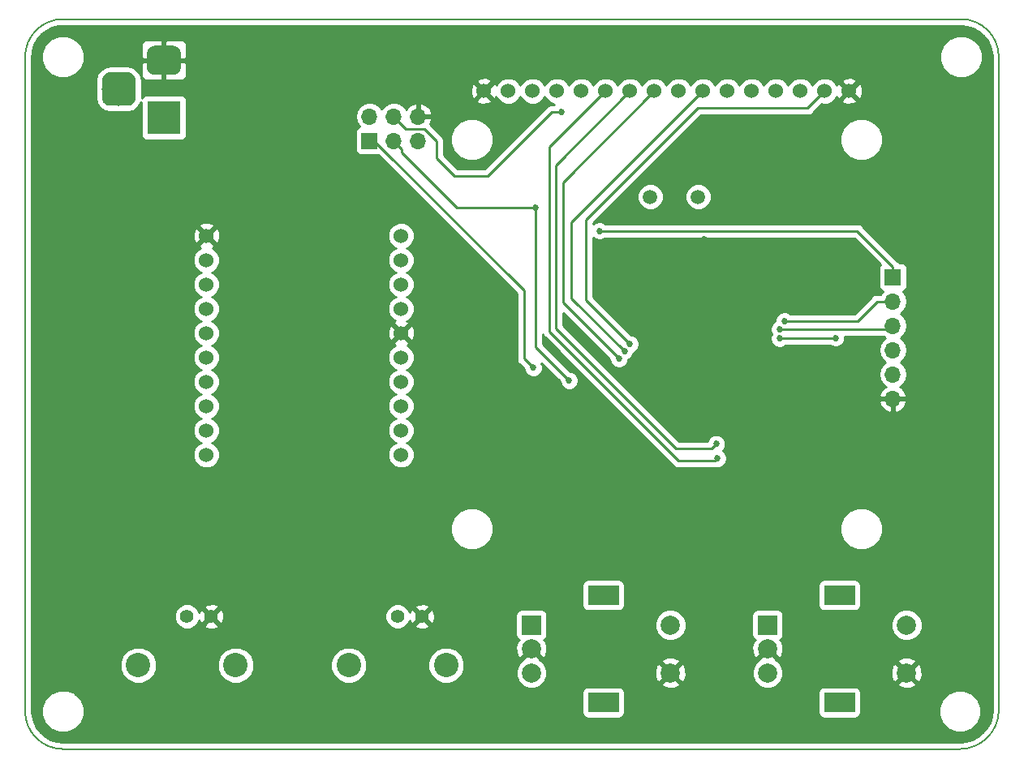
<source format=gbr>
%TF.GenerationSoftware,KiCad,Pcbnew,5.0.2-bee76a0~70~ubuntu18.04.1*%
%TF.CreationDate,2019-10-08T23:09:48-07:00*%
%TF.ProjectId,AD9850,41443938-3530-42e6-9b69-6361645f7063,rev?*%
%TF.SameCoordinates,Original*%
%TF.FileFunction,Copper,L2,Bot*%
%TF.FilePolarity,Positive*%
%FSLAX46Y46*%
G04 Gerber Fmt 4.6, Leading zero omitted, Abs format (unit mm)*
G04 Created by KiCad (PCBNEW 5.0.2-bee76a0~70~ubuntu18.04.1) date Tue 08 Oct 2019 11:09:48 PM PDT*
%MOMM*%
%LPD*%
G01*
G04 APERTURE LIST*
%ADD10C,0.150000*%
%ADD11C,1.524000*%
%ADD12R,2.000000X2.000000*%
%ADD13C,2.000000*%
%ADD14R,3.200000X2.000000*%
%ADD15C,1.500000*%
%ADD16C,2.540000*%
%ADD17C,1.397000*%
%ADD18R,1.700000X1.700000*%
%ADD19O,1.700000X1.700000*%
%ADD20R,3.500000X3.500000*%
%ADD21C,0.100000*%
%ADD22C,3.000000*%
%ADD23C,3.500000*%
%ADD24C,0.685800*%
%ADD25C,0.254000*%
%ADD26C,0.152400*%
G04 APERTURE END LIST*
D10*
X54610000Y-121793000D02*
X54610000Y-53467000D01*
X152146000Y-125730000D02*
X58547000Y-125730000D01*
X156210000Y-53467000D02*
X156210000Y-121666000D01*
X58547000Y-49530000D02*
X152273000Y-49530000D01*
X54610000Y-53467000D02*
G75*
G02X58547000Y-49530000I3937000J0D01*
G01*
X58547000Y-125730000D02*
G75*
G02X54610000Y-121793000I0J3937000D01*
G01*
X156210000Y-121666000D02*
G75*
G02X152146000Y-125730000I-4064000J0D01*
G01*
X152273000Y-49530000D02*
G75*
G02X156210000Y-53467000I0J-3937000D01*
G01*
D11*
X102489000Y-57023000D03*
X105029000Y-57023000D03*
X107569000Y-57023000D03*
X110109000Y-57023000D03*
X112649000Y-57023000D03*
X115189000Y-57023000D03*
X117729000Y-57023000D03*
X120269000Y-57023000D03*
X122809000Y-57023000D03*
X125349000Y-57023000D03*
X127889000Y-57023000D03*
X130429000Y-57023000D03*
X132969000Y-57023000D03*
X135509000Y-57023000D03*
X138049000Y-57023000D03*
X140589000Y-57023000D03*
D12*
X132080000Y-112776000D03*
D13*
X132080000Y-115276000D03*
X132080000Y-117776000D03*
D14*
X139580000Y-109676000D03*
X139580000Y-120876000D03*
D13*
X146580000Y-112776000D03*
X146580000Y-117776000D03*
D12*
X107442000Y-112776000D03*
D13*
X107442000Y-115276000D03*
X107442000Y-117776000D03*
D14*
X114942000Y-109676000D03*
X114942000Y-120876000D03*
D13*
X121942000Y-112776000D03*
X121942000Y-117776000D03*
D11*
X93853000Y-94996000D03*
X93853000Y-92456000D03*
X93853000Y-89916000D03*
X93853000Y-87376000D03*
X93853000Y-84836000D03*
X93853000Y-82296000D03*
X93853000Y-79756000D03*
X93853000Y-77216000D03*
X93853000Y-74676000D03*
X93853000Y-72136000D03*
X73533000Y-94996000D03*
X73533000Y-92456000D03*
X73533000Y-89916000D03*
X73533000Y-87376000D03*
X73533000Y-84836000D03*
X73533000Y-82296000D03*
X73533000Y-79756000D03*
X73533000Y-77216000D03*
X73533000Y-74676000D03*
X73533000Y-72136000D03*
D15*
X124841000Y-68072000D03*
X119841000Y-68072000D03*
D16*
X66421000Y-116967000D03*
X76581000Y-116967000D03*
D17*
X74041000Y-111887000D03*
X71501000Y-111887000D03*
X93472000Y-111887000D03*
X96012000Y-111887000D03*
D16*
X98552000Y-116967000D03*
X88392000Y-116967000D03*
D18*
X145161000Y-76454000D03*
D19*
X145161000Y-78994000D03*
X145161000Y-81534000D03*
X145161000Y-84074000D03*
X145161000Y-86614000D03*
X145161000Y-89154000D03*
D18*
X90551000Y-62230000D03*
D19*
X90551000Y-59690000D03*
X93091000Y-62230000D03*
X93091000Y-59690000D03*
X95631000Y-62230000D03*
X95631000Y-59690000D03*
D20*
X69088000Y-59817000D03*
D21*
G36*
X70161513Y-52320611D02*
X70234318Y-52331411D01*
X70305714Y-52349295D01*
X70375013Y-52374090D01*
X70441548Y-52405559D01*
X70504678Y-52443398D01*
X70563795Y-52487242D01*
X70618330Y-52536670D01*
X70667758Y-52591205D01*
X70711602Y-52650322D01*
X70749441Y-52713452D01*
X70780910Y-52779987D01*
X70805705Y-52849286D01*
X70823589Y-52920682D01*
X70834389Y-52993487D01*
X70838000Y-53067000D01*
X70838000Y-54567000D01*
X70834389Y-54640513D01*
X70823589Y-54713318D01*
X70805705Y-54784714D01*
X70780910Y-54854013D01*
X70749441Y-54920548D01*
X70711602Y-54983678D01*
X70667758Y-55042795D01*
X70618330Y-55097330D01*
X70563795Y-55146758D01*
X70504678Y-55190602D01*
X70441548Y-55228441D01*
X70375013Y-55259910D01*
X70305714Y-55284705D01*
X70234318Y-55302589D01*
X70161513Y-55313389D01*
X70088000Y-55317000D01*
X68088000Y-55317000D01*
X68014487Y-55313389D01*
X67941682Y-55302589D01*
X67870286Y-55284705D01*
X67800987Y-55259910D01*
X67734452Y-55228441D01*
X67671322Y-55190602D01*
X67612205Y-55146758D01*
X67557670Y-55097330D01*
X67508242Y-55042795D01*
X67464398Y-54983678D01*
X67426559Y-54920548D01*
X67395090Y-54854013D01*
X67370295Y-54784714D01*
X67352411Y-54713318D01*
X67341611Y-54640513D01*
X67338000Y-54567000D01*
X67338000Y-53067000D01*
X67341611Y-52993487D01*
X67352411Y-52920682D01*
X67370295Y-52849286D01*
X67395090Y-52779987D01*
X67426559Y-52713452D01*
X67464398Y-52650322D01*
X67508242Y-52591205D01*
X67557670Y-52536670D01*
X67612205Y-52487242D01*
X67671322Y-52443398D01*
X67734452Y-52405559D01*
X67800987Y-52374090D01*
X67870286Y-52349295D01*
X67941682Y-52331411D01*
X68014487Y-52320611D01*
X68088000Y-52317000D01*
X70088000Y-52317000D01*
X70161513Y-52320611D01*
X70161513Y-52320611D01*
G37*
D22*
X69088000Y-53817000D03*
D21*
G36*
X65348765Y-55071213D02*
X65433704Y-55083813D01*
X65516999Y-55104677D01*
X65597848Y-55133605D01*
X65675472Y-55170319D01*
X65749124Y-55214464D01*
X65818094Y-55265616D01*
X65881718Y-55323282D01*
X65939384Y-55386906D01*
X65990536Y-55455876D01*
X66034681Y-55529528D01*
X66071395Y-55607152D01*
X66100323Y-55688001D01*
X66121187Y-55771296D01*
X66133787Y-55856235D01*
X66138000Y-55942000D01*
X66138000Y-57692000D01*
X66133787Y-57777765D01*
X66121187Y-57862704D01*
X66100323Y-57945999D01*
X66071395Y-58026848D01*
X66034681Y-58104472D01*
X65990536Y-58178124D01*
X65939384Y-58247094D01*
X65881718Y-58310718D01*
X65818094Y-58368384D01*
X65749124Y-58419536D01*
X65675472Y-58463681D01*
X65597848Y-58500395D01*
X65516999Y-58529323D01*
X65433704Y-58550187D01*
X65348765Y-58562787D01*
X65263000Y-58567000D01*
X63513000Y-58567000D01*
X63427235Y-58562787D01*
X63342296Y-58550187D01*
X63259001Y-58529323D01*
X63178152Y-58500395D01*
X63100528Y-58463681D01*
X63026876Y-58419536D01*
X62957906Y-58368384D01*
X62894282Y-58310718D01*
X62836616Y-58247094D01*
X62785464Y-58178124D01*
X62741319Y-58104472D01*
X62704605Y-58026848D01*
X62675677Y-57945999D01*
X62654813Y-57862704D01*
X62642213Y-57777765D01*
X62638000Y-57692000D01*
X62638000Y-55942000D01*
X62642213Y-55856235D01*
X62654813Y-55771296D01*
X62675677Y-55688001D01*
X62704605Y-55607152D01*
X62741319Y-55529528D01*
X62785464Y-55455876D01*
X62836616Y-55386906D01*
X62894282Y-55323282D01*
X62957906Y-55265616D01*
X63026876Y-55214464D01*
X63100528Y-55170319D01*
X63178152Y-55133605D01*
X63259001Y-55104677D01*
X63342296Y-55083813D01*
X63427235Y-55071213D01*
X63513000Y-55067000D01*
X65263000Y-55067000D01*
X65348765Y-55071213D01*
X65348765Y-55071213D01*
G37*
D23*
X64388000Y-56817000D03*
D24*
X152400000Y-73025000D03*
X58547000Y-98679000D03*
X58547000Y-95631000D03*
X58166000Y-86233000D03*
X68580000Y-94869000D03*
X117729000Y-83439000D03*
X117141910Y-84172862D03*
X116586000Y-84963000D03*
X111379000Y-87249000D03*
X107861090Y-69215000D03*
X122301000Y-64008000D03*
X125476000Y-72517000D03*
X124587000Y-80899000D03*
X126111000Y-80899000D03*
X125349000Y-85344000D03*
X123952000Y-91948000D03*
X57404000Y-103886000D03*
X57277000Y-81153000D03*
X64897000Y-66421000D03*
X133858000Y-81026000D03*
X133350000Y-81915000D03*
X110617000Y-59182000D03*
X114554000Y-71628000D03*
X126746000Y-93853000D03*
X126873000Y-95377000D03*
X133350000Y-82854803D03*
X139192000Y-82804000D03*
X107636382Y-85919382D03*
D25*
X124841000Y-58801000D02*
X136271000Y-58801000D01*
X113157000Y-70485000D02*
X124841000Y-58801000D01*
X117729000Y-83439000D02*
X113157000Y-78867000D01*
X137287001Y-57784999D02*
X138049000Y-57023000D01*
X136271000Y-58801000D02*
X137287001Y-57784999D01*
X113157000Y-78867000D02*
X113157000Y-70485000D01*
X124587001Y-57784999D02*
X125349000Y-57023000D01*
X111633000Y-70739000D02*
X124587001Y-57784999D01*
X117141910Y-84172862D02*
X111633000Y-78663952D01*
X111633000Y-78663952D02*
X111633000Y-70739000D01*
D26*
X119761000Y-56896000D02*
X120015000Y-56642000D01*
D25*
X116586000Y-84963000D02*
X110744000Y-79121000D01*
X110744000Y-66548000D02*
X120269000Y-57023000D01*
X110744000Y-79121000D02*
X110744000Y-66548000D01*
X111379000Y-87249000D02*
X107911890Y-83781890D01*
X107911890Y-83781890D02*
X107861090Y-83731090D01*
X107861090Y-69699933D02*
X107861090Y-69215000D01*
X107861090Y-83731090D02*
X107861090Y-69699933D01*
X143510000Y-78994000D02*
X145161000Y-78994000D01*
X133858000Y-81026000D02*
X141478000Y-81026000D01*
X141478000Y-81026000D02*
X143510000Y-78994000D01*
X144780000Y-81915000D02*
X145161000Y-81534000D01*
X133350000Y-81915000D02*
X144780000Y-81915000D01*
X109601000Y-59182000D02*
X110617000Y-59182000D01*
X102870000Y-65913000D02*
X109601000Y-59182000D01*
X93091000Y-59690000D02*
X94361000Y-60960000D01*
X96266000Y-60960000D02*
X97536000Y-62230000D01*
X94361000Y-60960000D02*
X96266000Y-60960000D01*
X97536000Y-64008000D02*
X99441000Y-65913000D01*
X99441000Y-65913000D02*
X102870000Y-65913000D01*
X97536000Y-62230000D02*
X97536000Y-64008000D01*
X107376157Y-69215000D02*
X107861090Y-69215000D01*
X99695000Y-69215000D02*
X107376157Y-69215000D01*
X93091000Y-62230000D02*
X93940999Y-63079999D01*
X93940999Y-63460999D02*
X99695000Y-69215000D01*
X93940999Y-63079999D02*
X93940999Y-63460999D01*
X109982000Y-64770000D02*
X117729000Y-57023000D01*
X109982000Y-81788000D02*
X109982000Y-64770000D01*
X122555000Y-94361000D02*
X109982000Y-81788000D01*
X109347000Y-62865000D02*
X115189000Y-57023000D01*
X122809000Y-95631000D02*
X109347000Y-82169000D01*
X109347000Y-82169000D02*
X109347000Y-62865000D01*
X145161000Y-75350000D02*
X145161000Y-76454000D01*
X141439000Y-71628000D02*
X145161000Y-75350000D01*
X123444000Y-71628000D02*
X141439000Y-71628000D01*
X123444000Y-71628000D02*
X114554000Y-71628000D01*
X122555000Y-94361000D02*
X126238000Y-94361000D01*
X126238000Y-94361000D02*
X126746000Y-93853000D01*
X122809000Y-95631000D02*
X126619000Y-95631000D01*
X126619000Y-95631000D02*
X126873000Y-95377000D01*
X133350000Y-82854803D02*
X139141197Y-82854803D01*
X139141197Y-82854803D02*
X139192000Y-82804000D01*
X91059000Y-62230000D02*
X90551000Y-62230000D01*
X106680000Y-77851000D02*
X91059000Y-62230000D01*
X107636382Y-85919382D02*
X106680000Y-84963000D01*
X106680000Y-84963000D02*
X106680000Y-77851000D01*
G36*
X152921141Y-50309489D02*
X153542812Y-50504309D01*
X154112608Y-50820153D01*
X154607257Y-51244117D01*
X155006554Y-51758888D01*
X155294184Y-52343432D01*
X155460610Y-52982349D01*
X155500000Y-53494269D01*
X155500001Y-121631261D01*
X155432784Y-122316798D01*
X155243779Y-122942812D01*
X154936780Y-123520193D01*
X154523486Y-124026941D01*
X154019629Y-124443769D01*
X153444408Y-124754790D01*
X152819731Y-124948160D01*
X152136217Y-125020000D01*
X58582963Y-125020000D01*
X57898859Y-124950511D01*
X57277190Y-124755692D01*
X56707394Y-124439849D01*
X56212741Y-124015881D01*
X55813448Y-123501114D01*
X55525815Y-122916569D01*
X55359390Y-122277651D01*
X55320000Y-121765730D01*
X55320000Y-121348431D01*
X56312000Y-121348431D01*
X56312000Y-122237569D01*
X56652259Y-123059026D01*
X57280974Y-123687741D01*
X58102431Y-124028000D01*
X58991569Y-124028000D01*
X59813026Y-123687741D01*
X60441741Y-123059026D01*
X60782000Y-122237569D01*
X60782000Y-121348431D01*
X60441741Y-120526974D01*
X59813026Y-119898259D01*
X59759289Y-119876000D01*
X112694560Y-119876000D01*
X112694560Y-121876000D01*
X112743843Y-122123765D01*
X112884191Y-122333809D01*
X113094235Y-122474157D01*
X113342000Y-122523440D01*
X116542000Y-122523440D01*
X116789765Y-122474157D01*
X116999809Y-122333809D01*
X117140157Y-122123765D01*
X117189440Y-121876000D01*
X117189440Y-119876000D01*
X137332560Y-119876000D01*
X137332560Y-121876000D01*
X137381843Y-122123765D01*
X137522191Y-122333809D01*
X137732235Y-122474157D01*
X137980000Y-122523440D01*
X141180000Y-122523440D01*
X141427765Y-122474157D01*
X141637809Y-122333809D01*
X141778157Y-122123765D01*
X141827440Y-121876000D01*
X141827440Y-121348431D01*
X149911000Y-121348431D01*
X149911000Y-122237569D01*
X150251259Y-123059026D01*
X150879974Y-123687741D01*
X151701431Y-124028000D01*
X152590569Y-124028000D01*
X153412026Y-123687741D01*
X154040741Y-123059026D01*
X154381000Y-122237569D01*
X154381000Y-121348431D01*
X154040741Y-120526974D01*
X153412026Y-119898259D01*
X152590569Y-119558000D01*
X151701431Y-119558000D01*
X150879974Y-119898259D01*
X150251259Y-120526974D01*
X149911000Y-121348431D01*
X141827440Y-121348431D01*
X141827440Y-119876000D01*
X141778157Y-119628235D01*
X141637809Y-119418191D01*
X141427765Y-119277843D01*
X141180000Y-119228560D01*
X137980000Y-119228560D01*
X137732235Y-119277843D01*
X137522191Y-119418191D01*
X137381843Y-119628235D01*
X137332560Y-119876000D01*
X117189440Y-119876000D01*
X117140157Y-119628235D01*
X116999809Y-119418191D01*
X116789765Y-119277843D01*
X116542000Y-119228560D01*
X113342000Y-119228560D01*
X113094235Y-119277843D01*
X112884191Y-119418191D01*
X112743843Y-119628235D01*
X112694560Y-119876000D01*
X59759289Y-119876000D01*
X58991569Y-119558000D01*
X58102431Y-119558000D01*
X57280974Y-119898259D01*
X56652259Y-120526974D01*
X56312000Y-121348431D01*
X55320000Y-121348431D01*
X55320000Y-116588072D01*
X64516000Y-116588072D01*
X64516000Y-117345928D01*
X64806019Y-118046096D01*
X65341904Y-118581981D01*
X66042072Y-118872000D01*
X66799928Y-118872000D01*
X67500096Y-118581981D01*
X68035981Y-118046096D01*
X68326000Y-117345928D01*
X68326000Y-116588072D01*
X74676000Y-116588072D01*
X74676000Y-117345928D01*
X74966019Y-118046096D01*
X75501904Y-118581981D01*
X76202072Y-118872000D01*
X76959928Y-118872000D01*
X77660096Y-118581981D01*
X78195981Y-118046096D01*
X78486000Y-117345928D01*
X78486000Y-116588072D01*
X86487000Y-116588072D01*
X86487000Y-117345928D01*
X86777019Y-118046096D01*
X87312904Y-118581981D01*
X88013072Y-118872000D01*
X88770928Y-118872000D01*
X89471096Y-118581981D01*
X90006981Y-118046096D01*
X90297000Y-117345928D01*
X90297000Y-116588072D01*
X96647000Y-116588072D01*
X96647000Y-117345928D01*
X96937019Y-118046096D01*
X97472904Y-118581981D01*
X98173072Y-118872000D01*
X98930928Y-118872000D01*
X99631096Y-118581981D01*
X100166981Y-118046096D01*
X100413569Y-117450778D01*
X105807000Y-117450778D01*
X105807000Y-118101222D01*
X106055914Y-118702153D01*
X106515847Y-119162086D01*
X107116778Y-119411000D01*
X107767222Y-119411000D01*
X108368153Y-119162086D01*
X108601707Y-118928532D01*
X120969073Y-118928532D01*
X121067736Y-119195387D01*
X121677461Y-119421908D01*
X122327460Y-119397856D01*
X122816264Y-119195387D01*
X122914927Y-118928532D01*
X121942000Y-117955605D01*
X120969073Y-118928532D01*
X108601707Y-118928532D01*
X108828086Y-118702153D01*
X109077000Y-118101222D01*
X109077000Y-117511461D01*
X120296092Y-117511461D01*
X120320144Y-118161460D01*
X120522613Y-118650264D01*
X120789468Y-118748927D01*
X121762395Y-117776000D01*
X122121605Y-117776000D01*
X123094532Y-118748927D01*
X123361387Y-118650264D01*
X123587908Y-118040539D01*
X123566085Y-117450778D01*
X130445000Y-117450778D01*
X130445000Y-118101222D01*
X130693914Y-118702153D01*
X131153847Y-119162086D01*
X131754778Y-119411000D01*
X132405222Y-119411000D01*
X133006153Y-119162086D01*
X133239707Y-118928532D01*
X145607073Y-118928532D01*
X145705736Y-119195387D01*
X146315461Y-119421908D01*
X146965460Y-119397856D01*
X147454264Y-119195387D01*
X147552927Y-118928532D01*
X146580000Y-117955605D01*
X145607073Y-118928532D01*
X133239707Y-118928532D01*
X133466086Y-118702153D01*
X133715000Y-118101222D01*
X133715000Y-117511461D01*
X144934092Y-117511461D01*
X144958144Y-118161460D01*
X145160613Y-118650264D01*
X145427468Y-118748927D01*
X146400395Y-117776000D01*
X146759605Y-117776000D01*
X147732532Y-118748927D01*
X147999387Y-118650264D01*
X148225908Y-118040539D01*
X148201856Y-117390540D01*
X147999387Y-116901736D01*
X147732532Y-116803073D01*
X146759605Y-117776000D01*
X146400395Y-117776000D01*
X145427468Y-116803073D01*
X145160613Y-116901736D01*
X144934092Y-117511461D01*
X133715000Y-117511461D01*
X133715000Y-117450778D01*
X133466086Y-116849847D01*
X133239707Y-116623468D01*
X145607073Y-116623468D01*
X146580000Y-117596395D01*
X147552927Y-116623468D01*
X147454264Y-116356613D01*
X146844539Y-116130092D01*
X146194540Y-116154144D01*
X145705736Y-116356613D01*
X145607073Y-116623468D01*
X133239707Y-116623468D01*
X133050725Y-116434486D01*
X133052927Y-116428532D01*
X132080000Y-115455605D01*
X131107073Y-116428532D01*
X131109275Y-116434486D01*
X130693914Y-116849847D01*
X130445000Y-117450778D01*
X123566085Y-117450778D01*
X123563856Y-117390540D01*
X123361387Y-116901736D01*
X123094532Y-116803073D01*
X122121605Y-117776000D01*
X121762395Y-117776000D01*
X120789468Y-116803073D01*
X120522613Y-116901736D01*
X120296092Y-117511461D01*
X109077000Y-117511461D01*
X109077000Y-117450778D01*
X108828086Y-116849847D01*
X108601707Y-116623468D01*
X120969073Y-116623468D01*
X121942000Y-117596395D01*
X122914927Y-116623468D01*
X122816264Y-116356613D01*
X122206539Y-116130092D01*
X121556540Y-116154144D01*
X121067736Y-116356613D01*
X120969073Y-116623468D01*
X108601707Y-116623468D01*
X108412725Y-116434486D01*
X108414927Y-116428532D01*
X107442000Y-115455605D01*
X106469073Y-116428532D01*
X106471275Y-116434486D01*
X106055914Y-116849847D01*
X105807000Y-117450778D01*
X100413569Y-117450778D01*
X100457000Y-117345928D01*
X100457000Y-116588072D01*
X100166981Y-115887904D01*
X99631096Y-115352019D01*
X98930928Y-115062000D01*
X98173072Y-115062000D01*
X97472904Y-115352019D01*
X96937019Y-115887904D01*
X96647000Y-116588072D01*
X90297000Y-116588072D01*
X90006981Y-115887904D01*
X89471096Y-115352019D01*
X88770928Y-115062000D01*
X88013072Y-115062000D01*
X87312904Y-115352019D01*
X86777019Y-115887904D01*
X86487000Y-116588072D01*
X78486000Y-116588072D01*
X78195981Y-115887904D01*
X77660096Y-115352019D01*
X76959928Y-115062000D01*
X76202072Y-115062000D01*
X75501904Y-115352019D01*
X74966019Y-115887904D01*
X74676000Y-116588072D01*
X68326000Y-116588072D01*
X68035981Y-115887904D01*
X67500096Y-115352019D01*
X66799928Y-115062000D01*
X66042072Y-115062000D01*
X65341904Y-115352019D01*
X64806019Y-115887904D01*
X64516000Y-116588072D01*
X55320000Y-116588072D01*
X55320000Y-111621750D01*
X70167500Y-111621750D01*
X70167500Y-112152250D01*
X70370513Y-112642367D01*
X70745633Y-113017487D01*
X71235750Y-113220500D01*
X71766250Y-113220500D01*
X72256367Y-113017487D01*
X72452666Y-112821188D01*
X73286417Y-112821188D01*
X73348071Y-113056800D01*
X73848480Y-113232927D01*
X74378199Y-113204148D01*
X74733929Y-113056800D01*
X74795583Y-112821188D01*
X74041000Y-112066605D01*
X73286417Y-112821188D01*
X72452666Y-112821188D01*
X72631487Y-112642367D01*
X72764275Y-112321789D01*
X72871200Y-112579929D01*
X73106812Y-112641583D01*
X73861395Y-111887000D01*
X74220605Y-111887000D01*
X74975188Y-112641583D01*
X75210800Y-112579929D01*
X75386927Y-112079520D01*
X75362057Y-111621750D01*
X92138500Y-111621750D01*
X92138500Y-112152250D01*
X92341513Y-112642367D01*
X92716633Y-113017487D01*
X93206750Y-113220500D01*
X93737250Y-113220500D01*
X94227367Y-113017487D01*
X94423666Y-112821188D01*
X95257417Y-112821188D01*
X95319071Y-113056800D01*
X95819480Y-113232927D01*
X96349199Y-113204148D01*
X96704929Y-113056800D01*
X96766583Y-112821188D01*
X96012000Y-112066605D01*
X95257417Y-112821188D01*
X94423666Y-112821188D01*
X94602487Y-112642367D01*
X94735275Y-112321789D01*
X94842200Y-112579929D01*
X95077812Y-112641583D01*
X95832395Y-111887000D01*
X96191605Y-111887000D01*
X96946188Y-112641583D01*
X97181800Y-112579929D01*
X97357927Y-112079520D01*
X97341438Y-111776000D01*
X105794560Y-111776000D01*
X105794560Y-113776000D01*
X105843843Y-114023765D01*
X105984191Y-114233809D01*
X106159671Y-114351062D01*
X106022613Y-114401736D01*
X105796092Y-115011461D01*
X105820144Y-115661460D01*
X106022613Y-116150264D01*
X106289468Y-116248927D01*
X107262395Y-115276000D01*
X107248253Y-115261858D01*
X107427858Y-115082253D01*
X107442000Y-115096395D01*
X107456143Y-115082253D01*
X107635748Y-115261858D01*
X107621605Y-115276000D01*
X108594532Y-116248927D01*
X108861387Y-116150264D01*
X109087908Y-115540539D01*
X109063856Y-114890540D01*
X108861387Y-114401736D01*
X108724329Y-114351062D01*
X108899809Y-114233809D01*
X109040157Y-114023765D01*
X109089440Y-113776000D01*
X109089440Y-112450778D01*
X120307000Y-112450778D01*
X120307000Y-113101222D01*
X120555914Y-113702153D01*
X121015847Y-114162086D01*
X121616778Y-114411000D01*
X122267222Y-114411000D01*
X122868153Y-114162086D01*
X123328086Y-113702153D01*
X123577000Y-113101222D01*
X123577000Y-112450778D01*
X123328086Y-111849847D01*
X123254239Y-111776000D01*
X130432560Y-111776000D01*
X130432560Y-113776000D01*
X130481843Y-114023765D01*
X130622191Y-114233809D01*
X130797671Y-114351062D01*
X130660613Y-114401736D01*
X130434092Y-115011461D01*
X130458144Y-115661460D01*
X130660613Y-116150264D01*
X130927468Y-116248927D01*
X131900395Y-115276000D01*
X131886253Y-115261858D01*
X132065858Y-115082253D01*
X132080000Y-115096395D01*
X132094143Y-115082253D01*
X132273748Y-115261858D01*
X132259605Y-115276000D01*
X133232532Y-116248927D01*
X133499387Y-116150264D01*
X133725908Y-115540539D01*
X133701856Y-114890540D01*
X133499387Y-114401736D01*
X133362329Y-114351062D01*
X133537809Y-114233809D01*
X133678157Y-114023765D01*
X133727440Y-113776000D01*
X133727440Y-112450778D01*
X144945000Y-112450778D01*
X144945000Y-113101222D01*
X145193914Y-113702153D01*
X145653847Y-114162086D01*
X146254778Y-114411000D01*
X146905222Y-114411000D01*
X147506153Y-114162086D01*
X147966086Y-113702153D01*
X148215000Y-113101222D01*
X148215000Y-112450778D01*
X147966086Y-111849847D01*
X147506153Y-111389914D01*
X146905222Y-111141000D01*
X146254778Y-111141000D01*
X145653847Y-111389914D01*
X145193914Y-111849847D01*
X144945000Y-112450778D01*
X133727440Y-112450778D01*
X133727440Y-111776000D01*
X133678157Y-111528235D01*
X133537809Y-111318191D01*
X133327765Y-111177843D01*
X133080000Y-111128560D01*
X131080000Y-111128560D01*
X130832235Y-111177843D01*
X130622191Y-111318191D01*
X130481843Y-111528235D01*
X130432560Y-111776000D01*
X123254239Y-111776000D01*
X122868153Y-111389914D01*
X122267222Y-111141000D01*
X121616778Y-111141000D01*
X121015847Y-111389914D01*
X120555914Y-111849847D01*
X120307000Y-112450778D01*
X109089440Y-112450778D01*
X109089440Y-111776000D01*
X109040157Y-111528235D01*
X108899809Y-111318191D01*
X108689765Y-111177843D01*
X108442000Y-111128560D01*
X106442000Y-111128560D01*
X106194235Y-111177843D01*
X105984191Y-111318191D01*
X105843843Y-111528235D01*
X105794560Y-111776000D01*
X97341438Y-111776000D01*
X97329148Y-111549801D01*
X97181800Y-111194071D01*
X96946188Y-111132417D01*
X96191605Y-111887000D01*
X95832395Y-111887000D01*
X95077812Y-111132417D01*
X94842200Y-111194071D01*
X94743962Y-111473184D01*
X94602487Y-111131633D01*
X94423666Y-110952812D01*
X95257417Y-110952812D01*
X96012000Y-111707395D01*
X96766583Y-110952812D01*
X96704929Y-110717200D01*
X96204520Y-110541073D01*
X95674801Y-110569852D01*
X95319071Y-110717200D01*
X95257417Y-110952812D01*
X94423666Y-110952812D01*
X94227367Y-110756513D01*
X93737250Y-110553500D01*
X93206750Y-110553500D01*
X92716633Y-110756513D01*
X92341513Y-111131633D01*
X92138500Y-111621750D01*
X75362057Y-111621750D01*
X75358148Y-111549801D01*
X75210800Y-111194071D01*
X74975188Y-111132417D01*
X74220605Y-111887000D01*
X73861395Y-111887000D01*
X73106812Y-111132417D01*
X72871200Y-111194071D01*
X72772962Y-111473184D01*
X72631487Y-111131633D01*
X72452666Y-110952812D01*
X73286417Y-110952812D01*
X74041000Y-111707395D01*
X74795583Y-110952812D01*
X74733929Y-110717200D01*
X74233520Y-110541073D01*
X73703801Y-110569852D01*
X73348071Y-110717200D01*
X73286417Y-110952812D01*
X72452666Y-110952812D01*
X72256367Y-110756513D01*
X71766250Y-110553500D01*
X71235750Y-110553500D01*
X70745633Y-110756513D01*
X70370513Y-111131633D01*
X70167500Y-111621750D01*
X55320000Y-111621750D01*
X55320000Y-108676000D01*
X112694560Y-108676000D01*
X112694560Y-110676000D01*
X112743843Y-110923765D01*
X112884191Y-111133809D01*
X113094235Y-111274157D01*
X113342000Y-111323440D01*
X116542000Y-111323440D01*
X116789765Y-111274157D01*
X116999809Y-111133809D01*
X117140157Y-110923765D01*
X117189440Y-110676000D01*
X117189440Y-108676000D01*
X137332560Y-108676000D01*
X137332560Y-110676000D01*
X137381843Y-110923765D01*
X137522191Y-111133809D01*
X137732235Y-111274157D01*
X137980000Y-111323440D01*
X141180000Y-111323440D01*
X141427765Y-111274157D01*
X141637809Y-111133809D01*
X141778157Y-110923765D01*
X141827440Y-110676000D01*
X141827440Y-108676000D01*
X141778157Y-108428235D01*
X141637809Y-108218191D01*
X141427765Y-108077843D01*
X141180000Y-108028560D01*
X137980000Y-108028560D01*
X137732235Y-108077843D01*
X137522191Y-108218191D01*
X137381843Y-108428235D01*
X137332560Y-108676000D01*
X117189440Y-108676000D01*
X117140157Y-108428235D01*
X116999809Y-108218191D01*
X116789765Y-108077843D01*
X116542000Y-108028560D01*
X113342000Y-108028560D01*
X113094235Y-108077843D01*
X112884191Y-108218191D01*
X112743843Y-108428235D01*
X112694560Y-108676000D01*
X55320000Y-108676000D01*
X55320000Y-102298431D01*
X98984000Y-102298431D01*
X98984000Y-103187569D01*
X99324259Y-104009026D01*
X99952974Y-104637741D01*
X100774431Y-104978000D01*
X101663569Y-104978000D01*
X102485026Y-104637741D01*
X103113741Y-104009026D01*
X103454000Y-103187569D01*
X103454000Y-102298431D01*
X139624000Y-102298431D01*
X139624000Y-103187569D01*
X139964259Y-104009026D01*
X140592974Y-104637741D01*
X141414431Y-104978000D01*
X142303569Y-104978000D01*
X143125026Y-104637741D01*
X143753741Y-104009026D01*
X144094000Y-103187569D01*
X144094000Y-102298431D01*
X143753741Y-101476974D01*
X143125026Y-100848259D01*
X142303569Y-100508000D01*
X141414431Y-100508000D01*
X140592974Y-100848259D01*
X139964259Y-101476974D01*
X139624000Y-102298431D01*
X103454000Y-102298431D01*
X103113741Y-101476974D01*
X102485026Y-100848259D01*
X101663569Y-100508000D01*
X100774431Y-100508000D01*
X99952974Y-100848259D01*
X99324259Y-101476974D01*
X98984000Y-102298431D01*
X55320000Y-102298431D01*
X55320000Y-74398119D01*
X72136000Y-74398119D01*
X72136000Y-74953881D01*
X72348680Y-75467337D01*
X72741663Y-75860320D01*
X72948513Y-75946000D01*
X72741663Y-76031680D01*
X72348680Y-76424663D01*
X72136000Y-76938119D01*
X72136000Y-77493881D01*
X72348680Y-78007337D01*
X72741663Y-78400320D01*
X72948513Y-78486000D01*
X72741663Y-78571680D01*
X72348680Y-78964663D01*
X72136000Y-79478119D01*
X72136000Y-80033881D01*
X72348680Y-80547337D01*
X72741663Y-80940320D01*
X72948513Y-81026000D01*
X72741663Y-81111680D01*
X72348680Y-81504663D01*
X72136000Y-82018119D01*
X72136000Y-82573881D01*
X72348680Y-83087337D01*
X72741663Y-83480320D01*
X72948513Y-83566000D01*
X72741663Y-83651680D01*
X72348680Y-84044663D01*
X72136000Y-84558119D01*
X72136000Y-85113881D01*
X72348680Y-85627337D01*
X72741663Y-86020320D01*
X72948513Y-86106000D01*
X72741663Y-86191680D01*
X72348680Y-86584663D01*
X72136000Y-87098119D01*
X72136000Y-87653881D01*
X72348680Y-88167337D01*
X72741663Y-88560320D01*
X72948513Y-88646000D01*
X72741663Y-88731680D01*
X72348680Y-89124663D01*
X72136000Y-89638119D01*
X72136000Y-90193881D01*
X72348680Y-90707337D01*
X72741663Y-91100320D01*
X72948513Y-91186000D01*
X72741663Y-91271680D01*
X72348680Y-91664663D01*
X72136000Y-92178119D01*
X72136000Y-92733881D01*
X72348680Y-93247337D01*
X72741663Y-93640320D01*
X72948513Y-93726000D01*
X72741663Y-93811680D01*
X72348680Y-94204663D01*
X72136000Y-94718119D01*
X72136000Y-95273881D01*
X72348680Y-95787337D01*
X72741663Y-96180320D01*
X73255119Y-96393000D01*
X73810881Y-96393000D01*
X74324337Y-96180320D01*
X74717320Y-95787337D01*
X74930000Y-95273881D01*
X74930000Y-94718119D01*
X74717320Y-94204663D01*
X74324337Y-93811680D01*
X74117487Y-93726000D01*
X74324337Y-93640320D01*
X74717320Y-93247337D01*
X74930000Y-92733881D01*
X74930000Y-92178119D01*
X74717320Y-91664663D01*
X74324337Y-91271680D01*
X74117487Y-91186000D01*
X74324337Y-91100320D01*
X74717320Y-90707337D01*
X74930000Y-90193881D01*
X74930000Y-89638119D01*
X74717320Y-89124663D01*
X74324337Y-88731680D01*
X74117487Y-88646000D01*
X74324337Y-88560320D01*
X74717320Y-88167337D01*
X74930000Y-87653881D01*
X74930000Y-87098119D01*
X74717320Y-86584663D01*
X74324337Y-86191680D01*
X74117487Y-86106000D01*
X74324337Y-86020320D01*
X74717320Y-85627337D01*
X74930000Y-85113881D01*
X74930000Y-84558119D01*
X92456000Y-84558119D01*
X92456000Y-85113881D01*
X92668680Y-85627337D01*
X93061663Y-86020320D01*
X93268513Y-86106000D01*
X93061663Y-86191680D01*
X92668680Y-86584663D01*
X92456000Y-87098119D01*
X92456000Y-87653881D01*
X92668680Y-88167337D01*
X93061663Y-88560320D01*
X93268513Y-88646000D01*
X93061663Y-88731680D01*
X92668680Y-89124663D01*
X92456000Y-89638119D01*
X92456000Y-90193881D01*
X92668680Y-90707337D01*
X93061663Y-91100320D01*
X93268513Y-91186000D01*
X93061663Y-91271680D01*
X92668680Y-91664663D01*
X92456000Y-92178119D01*
X92456000Y-92733881D01*
X92668680Y-93247337D01*
X93061663Y-93640320D01*
X93268513Y-93726000D01*
X93061663Y-93811680D01*
X92668680Y-94204663D01*
X92456000Y-94718119D01*
X92456000Y-95273881D01*
X92668680Y-95787337D01*
X93061663Y-96180320D01*
X93575119Y-96393000D01*
X94130881Y-96393000D01*
X94644337Y-96180320D01*
X95037320Y-95787337D01*
X95250000Y-95273881D01*
X95250000Y-94718119D01*
X95037320Y-94204663D01*
X94644337Y-93811680D01*
X94437487Y-93726000D01*
X94644337Y-93640320D01*
X95037320Y-93247337D01*
X95250000Y-92733881D01*
X95250000Y-92178119D01*
X95037320Y-91664663D01*
X94644337Y-91271680D01*
X94437487Y-91186000D01*
X94644337Y-91100320D01*
X95037320Y-90707337D01*
X95250000Y-90193881D01*
X95250000Y-89638119D01*
X95037320Y-89124663D01*
X94644337Y-88731680D01*
X94437487Y-88646000D01*
X94644337Y-88560320D01*
X95037320Y-88167337D01*
X95250000Y-87653881D01*
X95250000Y-87098119D01*
X95037320Y-86584663D01*
X94644337Y-86191680D01*
X94437487Y-86106000D01*
X94644337Y-86020320D01*
X95037320Y-85627337D01*
X95250000Y-85113881D01*
X95250000Y-84558119D01*
X95037320Y-84044663D01*
X94644337Y-83651680D01*
X94453353Y-83572572D01*
X94584143Y-83518397D01*
X94653608Y-83276213D01*
X93853000Y-82475605D01*
X93052392Y-83276213D01*
X93121857Y-83518397D01*
X93262393Y-83568535D01*
X93061663Y-83651680D01*
X92668680Y-84044663D01*
X92456000Y-84558119D01*
X74930000Y-84558119D01*
X74717320Y-84044663D01*
X74324337Y-83651680D01*
X74117487Y-83566000D01*
X74324337Y-83480320D01*
X74717320Y-83087337D01*
X74930000Y-82573881D01*
X74930000Y-82088302D01*
X92443856Y-82088302D01*
X92471638Y-82643368D01*
X92630603Y-83027143D01*
X92872787Y-83096608D01*
X93673395Y-82296000D01*
X94032605Y-82296000D01*
X94833213Y-83096608D01*
X95075397Y-83027143D01*
X95262144Y-82503698D01*
X95234362Y-81948632D01*
X95075397Y-81564857D01*
X94833213Y-81495392D01*
X94032605Y-82296000D01*
X93673395Y-82296000D01*
X92872787Y-81495392D01*
X92630603Y-81564857D01*
X92443856Y-82088302D01*
X74930000Y-82088302D01*
X74930000Y-82018119D01*
X74717320Y-81504663D01*
X74324337Y-81111680D01*
X74117487Y-81026000D01*
X74324337Y-80940320D01*
X74717320Y-80547337D01*
X74930000Y-80033881D01*
X74930000Y-79478119D01*
X74717320Y-78964663D01*
X74324337Y-78571680D01*
X74117487Y-78486000D01*
X74324337Y-78400320D01*
X74717320Y-78007337D01*
X74930000Y-77493881D01*
X74930000Y-76938119D01*
X74717320Y-76424663D01*
X74324337Y-76031680D01*
X74117487Y-75946000D01*
X74324337Y-75860320D01*
X74717320Y-75467337D01*
X74930000Y-74953881D01*
X74930000Y-74398119D01*
X74717320Y-73884663D01*
X74324337Y-73491680D01*
X74133353Y-73412572D01*
X74264143Y-73358397D01*
X74333608Y-73116213D01*
X73533000Y-72315605D01*
X72732392Y-73116213D01*
X72801857Y-73358397D01*
X72942393Y-73408535D01*
X72741663Y-73491680D01*
X72348680Y-73884663D01*
X72136000Y-74398119D01*
X55320000Y-74398119D01*
X55320000Y-71928302D01*
X72123856Y-71928302D01*
X72151638Y-72483368D01*
X72310603Y-72867143D01*
X72552787Y-72936608D01*
X73353395Y-72136000D01*
X73712605Y-72136000D01*
X74513213Y-72936608D01*
X74755397Y-72867143D01*
X74942144Y-72343698D01*
X74917840Y-71858119D01*
X92456000Y-71858119D01*
X92456000Y-72413881D01*
X92668680Y-72927337D01*
X93061663Y-73320320D01*
X93268513Y-73406000D01*
X93061663Y-73491680D01*
X92668680Y-73884663D01*
X92456000Y-74398119D01*
X92456000Y-74953881D01*
X92668680Y-75467337D01*
X93061663Y-75860320D01*
X93268513Y-75946000D01*
X93061663Y-76031680D01*
X92668680Y-76424663D01*
X92456000Y-76938119D01*
X92456000Y-77493881D01*
X92668680Y-78007337D01*
X93061663Y-78400320D01*
X93268513Y-78486000D01*
X93061663Y-78571680D01*
X92668680Y-78964663D01*
X92456000Y-79478119D01*
X92456000Y-80033881D01*
X92668680Y-80547337D01*
X93061663Y-80940320D01*
X93252647Y-81019428D01*
X93121857Y-81073603D01*
X93052392Y-81315787D01*
X93853000Y-82116395D01*
X94653608Y-81315787D01*
X94584143Y-81073603D01*
X94443607Y-81023465D01*
X94644337Y-80940320D01*
X95037320Y-80547337D01*
X95250000Y-80033881D01*
X95250000Y-79478119D01*
X95037320Y-78964663D01*
X94644337Y-78571680D01*
X94437487Y-78486000D01*
X94644337Y-78400320D01*
X95037320Y-78007337D01*
X95250000Y-77493881D01*
X95250000Y-76938119D01*
X95037320Y-76424663D01*
X94644337Y-76031680D01*
X94437487Y-75946000D01*
X94644337Y-75860320D01*
X95037320Y-75467337D01*
X95250000Y-74953881D01*
X95250000Y-74398119D01*
X95037320Y-73884663D01*
X94644337Y-73491680D01*
X94437487Y-73406000D01*
X94644337Y-73320320D01*
X95037320Y-72927337D01*
X95250000Y-72413881D01*
X95250000Y-71858119D01*
X95037320Y-71344663D01*
X94644337Y-70951680D01*
X94130881Y-70739000D01*
X93575119Y-70739000D01*
X93061663Y-70951680D01*
X92668680Y-71344663D01*
X92456000Y-71858119D01*
X74917840Y-71858119D01*
X74914362Y-71788632D01*
X74755397Y-71404857D01*
X74513213Y-71335392D01*
X73712605Y-72136000D01*
X73353395Y-72136000D01*
X72552787Y-71335392D01*
X72310603Y-71404857D01*
X72123856Y-71928302D01*
X55320000Y-71928302D01*
X55320000Y-71155787D01*
X72732392Y-71155787D01*
X73533000Y-71956395D01*
X74333608Y-71155787D01*
X74264143Y-70913603D01*
X73740698Y-70726856D01*
X73185632Y-70754638D01*
X72801857Y-70913603D01*
X72732392Y-71155787D01*
X55320000Y-71155787D01*
X55320000Y-55942000D01*
X61990560Y-55942000D01*
X61990560Y-57692000D01*
X62106449Y-58274613D01*
X62436472Y-58768528D01*
X62930387Y-59098551D01*
X63513000Y-59214440D01*
X65263000Y-59214440D01*
X65845613Y-59098551D01*
X66339528Y-58768528D01*
X66669551Y-58274613D01*
X66690560Y-58168994D01*
X66690560Y-61567000D01*
X66739843Y-61814765D01*
X66880191Y-62024809D01*
X67090235Y-62165157D01*
X67338000Y-62214440D01*
X70838000Y-62214440D01*
X71085765Y-62165157D01*
X71295809Y-62024809D01*
X71436157Y-61814765D01*
X71485440Y-61567000D01*
X71485440Y-59690000D01*
X89036908Y-59690000D01*
X89152161Y-60269418D01*
X89480375Y-60760625D01*
X89498619Y-60772816D01*
X89453235Y-60781843D01*
X89243191Y-60922191D01*
X89102843Y-61132235D01*
X89053560Y-61380000D01*
X89053560Y-63080000D01*
X89102843Y-63327765D01*
X89243191Y-63537809D01*
X89453235Y-63678157D01*
X89701000Y-63727440D01*
X91401000Y-63727440D01*
X91465901Y-63714531D01*
X105918001Y-78166632D01*
X105918000Y-84887957D01*
X105903073Y-84963000D01*
X105918000Y-85038043D01*
X105918000Y-85038047D01*
X105962212Y-85260316D01*
X106130629Y-85512371D01*
X106194253Y-85554883D01*
X106658482Y-86019113D01*
X106658482Y-86113898D01*
X106807359Y-86473318D01*
X107082446Y-86748405D01*
X107441866Y-86897282D01*
X107830898Y-86897282D01*
X108190318Y-86748405D01*
X108465405Y-86473318D01*
X108614282Y-86113898D01*
X108614282Y-85724866D01*
X108499056Y-85446686D01*
X110401100Y-87348731D01*
X110401100Y-87443516D01*
X110549977Y-87802936D01*
X110825064Y-88078023D01*
X111184484Y-88226900D01*
X111573516Y-88226900D01*
X111932936Y-88078023D01*
X112208023Y-87802936D01*
X112356900Y-87443516D01*
X112356900Y-87054484D01*
X112208023Y-86695064D01*
X111932936Y-86419977D01*
X111573516Y-86271100D01*
X111478731Y-86271100D01*
X108623090Y-83415460D01*
X108623090Y-82435539D01*
X108629212Y-82466316D01*
X108797629Y-82718371D01*
X108861253Y-82760884D01*
X122217118Y-96116749D01*
X122259629Y-96180371D01*
X122511683Y-96348788D01*
X122733952Y-96393000D01*
X122733957Y-96393000D01*
X122809000Y-96407927D01*
X122884043Y-96393000D01*
X126543957Y-96393000D01*
X126619000Y-96407927D01*
X126694043Y-96393000D01*
X126694048Y-96393000D01*
X126885590Y-96354900D01*
X127067516Y-96354900D01*
X127426936Y-96206023D01*
X127702023Y-95930936D01*
X127850900Y-95571516D01*
X127850900Y-95182484D01*
X127702023Y-94823064D01*
X127430459Y-94551500D01*
X127575023Y-94406936D01*
X127723900Y-94047516D01*
X127723900Y-93658484D01*
X127575023Y-93299064D01*
X127299936Y-93023977D01*
X126940516Y-92875100D01*
X126551484Y-92875100D01*
X126192064Y-93023977D01*
X125916977Y-93299064D01*
X125792739Y-93599000D01*
X122870631Y-93599000D01*
X118782521Y-89510890D01*
X143719524Y-89510890D01*
X143889355Y-89920924D01*
X144279642Y-90349183D01*
X144804108Y-90595486D01*
X145034000Y-90474819D01*
X145034000Y-89281000D01*
X145288000Y-89281000D01*
X145288000Y-90474819D01*
X145517892Y-90595486D01*
X146042358Y-90349183D01*
X146432645Y-89920924D01*
X146602476Y-89510890D01*
X146481155Y-89281000D01*
X145288000Y-89281000D01*
X145034000Y-89281000D01*
X143840845Y-89281000D01*
X143719524Y-89510890D01*
X118782521Y-89510890D01*
X110744000Y-81472370D01*
X110744000Y-80198630D01*
X115608100Y-85062731D01*
X115608100Y-85157516D01*
X115756977Y-85516936D01*
X116032064Y-85792023D01*
X116391484Y-85940900D01*
X116780516Y-85940900D01*
X117139936Y-85792023D01*
X117415023Y-85516936D01*
X117563900Y-85157516D01*
X117563900Y-85056539D01*
X117695846Y-85001885D01*
X117970933Y-84726798D01*
X118119810Y-84367378D01*
X118119810Y-84335592D01*
X118282936Y-84268023D01*
X118558023Y-83992936D01*
X118706900Y-83633516D01*
X118706900Y-83244484D01*
X118558023Y-82885064D01*
X118282936Y-82609977D01*
X117923516Y-82461100D01*
X117828731Y-82461100D01*
X113919000Y-78551370D01*
X113919000Y-72375959D01*
X114000064Y-72457023D01*
X114359484Y-72605900D01*
X114748516Y-72605900D01*
X115107936Y-72457023D01*
X115174959Y-72390000D01*
X141123370Y-72390000D01*
X143868998Y-75135629D01*
X143853191Y-75146191D01*
X143712843Y-75356235D01*
X143663560Y-75604000D01*
X143663560Y-77304000D01*
X143712843Y-77551765D01*
X143853191Y-77761809D01*
X144063235Y-77902157D01*
X144108619Y-77911184D01*
X144090375Y-77923375D01*
X143884158Y-78232000D01*
X143585043Y-78232000D01*
X143510000Y-78217073D01*
X143434957Y-78232000D01*
X143434952Y-78232000D01*
X143212683Y-78276212D01*
X142960629Y-78444629D01*
X142918118Y-78508251D01*
X141162370Y-80264000D01*
X134478959Y-80264000D01*
X134411936Y-80196977D01*
X134052516Y-80048100D01*
X133663484Y-80048100D01*
X133304064Y-80196977D01*
X133028977Y-80472064D01*
X132880100Y-80831484D01*
X132880100Y-81051168D01*
X132796064Y-81085977D01*
X132520977Y-81361064D01*
X132372100Y-81720484D01*
X132372100Y-82109516D01*
X132486169Y-82384901D01*
X132372100Y-82660287D01*
X132372100Y-83049319D01*
X132520977Y-83408739D01*
X132796064Y-83683826D01*
X133155484Y-83832703D01*
X133544516Y-83832703D01*
X133903936Y-83683826D01*
X133970959Y-83616803D01*
X138621844Y-83616803D01*
X138638064Y-83633023D01*
X138997484Y-83781900D01*
X139386516Y-83781900D01*
X139745936Y-83633023D01*
X140021023Y-83357936D01*
X140169900Y-82998516D01*
X140169900Y-82677000D01*
X144198692Y-82677000D01*
X144388761Y-82804000D01*
X144090375Y-83003375D01*
X143762161Y-83494582D01*
X143646908Y-84074000D01*
X143762161Y-84653418D01*
X144090375Y-85144625D01*
X144388761Y-85344000D01*
X144090375Y-85543375D01*
X143762161Y-86034582D01*
X143646908Y-86614000D01*
X143762161Y-87193418D01*
X144090375Y-87684625D01*
X144409478Y-87897843D01*
X144279642Y-87958817D01*
X143889355Y-88387076D01*
X143719524Y-88797110D01*
X143840845Y-89027000D01*
X145034000Y-89027000D01*
X145034000Y-89007000D01*
X145288000Y-89007000D01*
X145288000Y-89027000D01*
X146481155Y-89027000D01*
X146602476Y-88797110D01*
X146432645Y-88387076D01*
X146042358Y-87958817D01*
X145912522Y-87897843D01*
X146231625Y-87684625D01*
X146559839Y-87193418D01*
X146675092Y-86614000D01*
X146559839Y-86034582D01*
X146231625Y-85543375D01*
X145933239Y-85344000D01*
X146231625Y-85144625D01*
X146559839Y-84653418D01*
X146675092Y-84074000D01*
X146559839Y-83494582D01*
X146231625Y-83003375D01*
X145933239Y-82804000D01*
X146231625Y-82604625D01*
X146559839Y-82113418D01*
X146675092Y-81534000D01*
X146559839Y-80954582D01*
X146231625Y-80463375D01*
X145933239Y-80264000D01*
X146231625Y-80064625D01*
X146559839Y-79573418D01*
X146675092Y-78994000D01*
X146559839Y-78414582D01*
X146231625Y-77923375D01*
X146213381Y-77911184D01*
X146258765Y-77902157D01*
X146468809Y-77761809D01*
X146609157Y-77551765D01*
X146658440Y-77304000D01*
X146658440Y-75604000D01*
X146609157Y-75356235D01*
X146468809Y-75146191D01*
X146258765Y-75005843D01*
X146011000Y-74956560D01*
X145814561Y-74956560D01*
X145710371Y-74800629D01*
X145646750Y-74758119D01*
X142030883Y-71142253D01*
X141988371Y-71078629D01*
X141736317Y-70910212D01*
X141514048Y-70866000D01*
X141514043Y-70866000D01*
X141439000Y-70851073D01*
X141363957Y-70866000D01*
X115174959Y-70866000D01*
X115107936Y-70798977D01*
X114748516Y-70650100D01*
X114359484Y-70650100D01*
X114000064Y-70798977D01*
X113919000Y-70880041D01*
X113919000Y-70800630D01*
X116923124Y-67796506D01*
X118456000Y-67796506D01*
X118456000Y-68347494D01*
X118666853Y-68856540D01*
X119056460Y-69246147D01*
X119565506Y-69457000D01*
X120116494Y-69457000D01*
X120625540Y-69246147D01*
X121015147Y-68856540D01*
X121226000Y-68347494D01*
X121226000Y-67796506D01*
X123456000Y-67796506D01*
X123456000Y-68347494D01*
X123666853Y-68856540D01*
X124056460Y-69246147D01*
X124565506Y-69457000D01*
X125116494Y-69457000D01*
X125625540Y-69246147D01*
X126015147Y-68856540D01*
X126226000Y-68347494D01*
X126226000Y-67796506D01*
X126015147Y-67287460D01*
X125625540Y-66897853D01*
X125116494Y-66687000D01*
X124565506Y-66687000D01*
X124056460Y-66897853D01*
X123666853Y-67287460D01*
X123456000Y-67796506D01*
X121226000Y-67796506D01*
X121015147Y-67287460D01*
X120625540Y-66897853D01*
X120116494Y-66687000D01*
X119565506Y-66687000D01*
X119056460Y-66897853D01*
X118666853Y-67287460D01*
X118456000Y-67796506D01*
X116923124Y-67796506D01*
X123061199Y-61658431D01*
X139624000Y-61658431D01*
X139624000Y-62547569D01*
X139964259Y-63369026D01*
X140592974Y-63997741D01*
X141414431Y-64338000D01*
X142303569Y-64338000D01*
X143125026Y-63997741D01*
X143753741Y-63369026D01*
X144094000Y-62547569D01*
X144094000Y-61658431D01*
X143753741Y-60836974D01*
X143125026Y-60208259D01*
X142303569Y-59868000D01*
X141414431Y-59868000D01*
X140592974Y-60208259D01*
X139964259Y-60836974D01*
X139624000Y-61658431D01*
X123061199Y-61658431D01*
X125156631Y-59563000D01*
X136195957Y-59563000D01*
X136271000Y-59577927D01*
X136346043Y-59563000D01*
X136346048Y-59563000D01*
X136568317Y-59518788D01*
X136820371Y-59350371D01*
X136862883Y-59286747D01*
X137741782Y-58407848D01*
X137771119Y-58420000D01*
X138326881Y-58420000D01*
X138840337Y-58207320D01*
X139044444Y-58003213D01*
X139788392Y-58003213D01*
X139857857Y-58245397D01*
X140381302Y-58432144D01*
X140936368Y-58404362D01*
X141320143Y-58245397D01*
X141389608Y-58003213D01*
X140589000Y-57202605D01*
X139788392Y-58003213D01*
X139044444Y-58003213D01*
X139233320Y-57814337D01*
X139312428Y-57623353D01*
X139366603Y-57754143D01*
X139608787Y-57823608D01*
X140409395Y-57023000D01*
X140768605Y-57023000D01*
X141569213Y-57823608D01*
X141811397Y-57754143D01*
X141998144Y-57230698D01*
X141970362Y-56675632D01*
X141811397Y-56291857D01*
X141569213Y-56222392D01*
X140768605Y-57023000D01*
X140409395Y-57023000D01*
X139608787Y-56222392D01*
X139366603Y-56291857D01*
X139316465Y-56432393D01*
X139233320Y-56231663D01*
X139044444Y-56042787D01*
X139788392Y-56042787D01*
X140589000Y-56843395D01*
X141389608Y-56042787D01*
X141320143Y-55800603D01*
X140796698Y-55613856D01*
X140241632Y-55641638D01*
X139857857Y-55800603D01*
X139788392Y-56042787D01*
X139044444Y-56042787D01*
X138840337Y-55838680D01*
X138326881Y-55626000D01*
X137771119Y-55626000D01*
X137257663Y-55838680D01*
X136864680Y-56231663D01*
X136779000Y-56438513D01*
X136693320Y-56231663D01*
X136300337Y-55838680D01*
X135786881Y-55626000D01*
X135231119Y-55626000D01*
X134717663Y-55838680D01*
X134324680Y-56231663D01*
X134239000Y-56438513D01*
X134153320Y-56231663D01*
X133760337Y-55838680D01*
X133246881Y-55626000D01*
X132691119Y-55626000D01*
X132177663Y-55838680D01*
X131784680Y-56231663D01*
X131699000Y-56438513D01*
X131613320Y-56231663D01*
X131220337Y-55838680D01*
X130706881Y-55626000D01*
X130151119Y-55626000D01*
X129637663Y-55838680D01*
X129244680Y-56231663D01*
X129159000Y-56438513D01*
X129073320Y-56231663D01*
X128680337Y-55838680D01*
X128166881Y-55626000D01*
X127611119Y-55626000D01*
X127097663Y-55838680D01*
X126704680Y-56231663D01*
X126619000Y-56438513D01*
X126533320Y-56231663D01*
X126140337Y-55838680D01*
X125626881Y-55626000D01*
X125071119Y-55626000D01*
X124557663Y-55838680D01*
X124164680Y-56231663D01*
X124079000Y-56438513D01*
X123993320Y-56231663D01*
X123600337Y-55838680D01*
X123086881Y-55626000D01*
X122531119Y-55626000D01*
X122017663Y-55838680D01*
X121624680Y-56231663D01*
X121539000Y-56438513D01*
X121453320Y-56231663D01*
X121060337Y-55838680D01*
X120546881Y-55626000D01*
X119991119Y-55626000D01*
X119477663Y-55838680D01*
X119084680Y-56231663D01*
X118999000Y-56438513D01*
X118913320Y-56231663D01*
X118520337Y-55838680D01*
X118006881Y-55626000D01*
X117451119Y-55626000D01*
X116937663Y-55838680D01*
X116544680Y-56231663D01*
X116459000Y-56438513D01*
X116373320Y-56231663D01*
X115980337Y-55838680D01*
X115466881Y-55626000D01*
X114911119Y-55626000D01*
X114397663Y-55838680D01*
X114004680Y-56231663D01*
X113919000Y-56438513D01*
X113833320Y-56231663D01*
X113440337Y-55838680D01*
X112926881Y-55626000D01*
X112371119Y-55626000D01*
X111857663Y-55838680D01*
X111464680Y-56231663D01*
X111379000Y-56438513D01*
X111293320Y-56231663D01*
X110900337Y-55838680D01*
X110386881Y-55626000D01*
X109831119Y-55626000D01*
X109317663Y-55838680D01*
X108924680Y-56231663D01*
X108839000Y-56438513D01*
X108753320Y-56231663D01*
X108360337Y-55838680D01*
X107846881Y-55626000D01*
X107291119Y-55626000D01*
X106777663Y-55838680D01*
X106384680Y-56231663D01*
X106299000Y-56438513D01*
X106213320Y-56231663D01*
X105820337Y-55838680D01*
X105306881Y-55626000D01*
X104751119Y-55626000D01*
X104237663Y-55838680D01*
X103844680Y-56231663D01*
X103765572Y-56422647D01*
X103711397Y-56291857D01*
X103469213Y-56222392D01*
X102668605Y-57023000D01*
X103469213Y-57823608D01*
X103711397Y-57754143D01*
X103761535Y-57613607D01*
X103844680Y-57814337D01*
X104237663Y-58207320D01*
X104751119Y-58420000D01*
X105306881Y-58420000D01*
X105820337Y-58207320D01*
X106213320Y-57814337D01*
X106299000Y-57607487D01*
X106384680Y-57814337D01*
X106777663Y-58207320D01*
X107291119Y-58420000D01*
X107846881Y-58420000D01*
X108360337Y-58207320D01*
X108753320Y-57814337D01*
X108839000Y-57607487D01*
X108924680Y-57814337D01*
X109317663Y-58207320D01*
X109831119Y-58420000D01*
X109676042Y-58420000D01*
X109600999Y-58405073D01*
X109525956Y-58420000D01*
X109525952Y-58420000D01*
X109303683Y-58464212D01*
X109303682Y-58464213D01*
X109303681Y-58464213D01*
X109249641Y-58500322D01*
X109051629Y-58632629D01*
X109009116Y-58696254D01*
X102554370Y-65151000D01*
X99756631Y-65151000D01*
X98298000Y-63692370D01*
X98298000Y-62305042D01*
X98312927Y-62229999D01*
X98298000Y-62154956D01*
X98298000Y-62154952D01*
X98253788Y-61932683D01*
X98085371Y-61680629D01*
X98052150Y-61658431D01*
X98984000Y-61658431D01*
X98984000Y-62547569D01*
X99324259Y-63369026D01*
X99952974Y-63997741D01*
X100774431Y-64338000D01*
X101663569Y-64338000D01*
X102485026Y-63997741D01*
X103113741Y-63369026D01*
X103454000Y-62547569D01*
X103454000Y-61658431D01*
X103113741Y-60836974D01*
X102485026Y-60208259D01*
X101663569Y-59868000D01*
X100774431Y-59868000D01*
X99952974Y-60208259D01*
X99324259Y-60836974D01*
X98984000Y-61658431D01*
X98052150Y-61658431D01*
X98021749Y-61638118D01*
X96867343Y-60483713D01*
X97072486Y-60046892D01*
X96951819Y-59817000D01*
X95758000Y-59817000D01*
X95758000Y-59837000D01*
X95504000Y-59837000D01*
X95504000Y-59817000D01*
X95484000Y-59817000D01*
X95484000Y-59563000D01*
X95504000Y-59563000D01*
X95504000Y-58369845D01*
X95758000Y-58369845D01*
X95758000Y-59563000D01*
X96951819Y-59563000D01*
X97072486Y-59333108D01*
X96826183Y-58808642D01*
X96397924Y-58418355D01*
X95987890Y-58248524D01*
X95758000Y-58369845D01*
X95504000Y-58369845D01*
X95274110Y-58248524D01*
X94864076Y-58418355D01*
X94435817Y-58808642D01*
X94374843Y-58938478D01*
X94161625Y-58619375D01*
X93670418Y-58291161D01*
X93237256Y-58205000D01*
X92944744Y-58205000D01*
X92511582Y-58291161D01*
X92020375Y-58619375D01*
X91821000Y-58917761D01*
X91621625Y-58619375D01*
X91130418Y-58291161D01*
X90697256Y-58205000D01*
X90404744Y-58205000D01*
X89971582Y-58291161D01*
X89480375Y-58619375D01*
X89152161Y-59110582D01*
X89036908Y-59690000D01*
X71485440Y-59690000D01*
X71485440Y-58067000D01*
X71472753Y-58003213D01*
X101688392Y-58003213D01*
X101757857Y-58245397D01*
X102281302Y-58432144D01*
X102836368Y-58404362D01*
X103220143Y-58245397D01*
X103289608Y-58003213D01*
X102489000Y-57202605D01*
X101688392Y-58003213D01*
X71472753Y-58003213D01*
X71436157Y-57819235D01*
X71295809Y-57609191D01*
X71085765Y-57468843D01*
X70838000Y-57419560D01*
X67338000Y-57419560D01*
X67090235Y-57468843D01*
X66880191Y-57609191D01*
X66768731Y-57776001D01*
X66785440Y-57692000D01*
X66785440Y-56815302D01*
X101079856Y-56815302D01*
X101107638Y-57370368D01*
X101266603Y-57754143D01*
X101508787Y-57823608D01*
X102309395Y-57023000D01*
X101508787Y-56222392D01*
X101266603Y-56291857D01*
X101079856Y-56815302D01*
X66785440Y-56815302D01*
X66785440Y-56042787D01*
X101688392Y-56042787D01*
X102489000Y-56843395D01*
X103289608Y-56042787D01*
X103220143Y-55800603D01*
X102696698Y-55613856D01*
X102141632Y-55641638D01*
X101757857Y-55800603D01*
X101688392Y-56042787D01*
X66785440Y-56042787D01*
X66785440Y-55942000D01*
X66669551Y-55359387D01*
X66339528Y-54865472D01*
X65845613Y-54535449D01*
X65263000Y-54419560D01*
X63513000Y-54419560D01*
X62930387Y-54535449D01*
X62436472Y-54865472D01*
X62106449Y-55359387D01*
X61990560Y-55942000D01*
X55320000Y-55942000D01*
X55320000Y-53502964D01*
X55368810Y-53022431D01*
X56312000Y-53022431D01*
X56312000Y-53911569D01*
X56652259Y-54733026D01*
X57280974Y-55361741D01*
X58102431Y-55702000D01*
X58991569Y-55702000D01*
X59813026Y-55361741D01*
X60441741Y-54733026D01*
X60702810Y-54102750D01*
X66703000Y-54102750D01*
X66703000Y-55443309D01*
X66799673Y-55676698D01*
X66978301Y-55855327D01*
X67211690Y-55952000D01*
X68802250Y-55952000D01*
X68961000Y-55793250D01*
X68961000Y-53944000D01*
X69215000Y-53944000D01*
X69215000Y-55793250D01*
X69373750Y-55952000D01*
X70964310Y-55952000D01*
X71197699Y-55855327D01*
X71376327Y-55676698D01*
X71473000Y-55443309D01*
X71473000Y-54102750D01*
X71314250Y-53944000D01*
X69215000Y-53944000D01*
X68961000Y-53944000D01*
X66861750Y-53944000D01*
X66703000Y-54102750D01*
X60702810Y-54102750D01*
X60782000Y-53911569D01*
X60782000Y-53022431D01*
X60441741Y-52200974D01*
X60431458Y-52190691D01*
X66703000Y-52190691D01*
X66703000Y-53531250D01*
X66861750Y-53690000D01*
X68961000Y-53690000D01*
X68961000Y-51840750D01*
X69215000Y-51840750D01*
X69215000Y-53690000D01*
X71314250Y-53690000D01*
X71473000Y-53531250D01*
X71473000Y-53022431D01*
X150038000Y-53022431D01*
X150038000Y-53911569D01*
X150378259Y-54733026D01*
X151006974Y-55361741D01*
X151828431Y-55702000D01*
X152717569Y-55702000D01*
X153539026Y-55361741D01*
X154167741Y-54733026D01*
X154508000Y-53911569D01*
X154508000Y-53022431D01*
X154167741Y-52200974D01*
X153539026Y-51572259D01*
X152717569Y-51232000D01*
X151828431Y-51232000D01*
X151006974Y-51572259D01*
X150378259Y-52200974D01*
X150038000Y-53022431D01*
X71473000Y-53022431D01*
X71473000Y-52190691D01*
X71376327Y-51957302D01*
X71197699Y-51778673D01*
X70964310Y-51682000D01*
X69373750Y-51682000D01*
X69215000Y-51840750D01*
X68961000Y-51840750D01*
X68802250Y-51682000D01*
X67211690Y-51682000D01*
X66978301Y-51778673D01*
X66799673Y-51957302D01*
X66703000Y-52190691D01*
X60431458Y-52190691D01*
X59813026Y-51572259D01*
X58991569Y-51232000D01*
X58102431Y-51232000D01*
X57280974Y-51572259D01*
X56652259Y-52200974D01*
X56312000Y-53022431D01*
X55368810Y-53022431D01*
X55389489Y-52818859D01*
X55584309Y-52197188D01*
X55900153Y-51627392D01*
X56324117Y-51132743D01*
X56838888Y-50733446D01*
X57423432Y-50445816D01*
X58062349Y-50279390D01*
X58574269Y-50240000D01*
X152237036Y-50240000D01*
X152921141Y-50309489D01*
X152921141Y-50309489D01*
G37*
X152921141Y-50309489D02*
X153542812Y-50504309D01*
X154112608Y-50820153D01*
X154607257Y-51244117D01*
X155006554Y-51758888D01*
X155294184Y-52343432D01*
X155460610Y-52982349D01*
X155500000Y-53494269D01*
X155500001Y-121631261D01*
X155432784Y-122316798D01*
X155243779Y-122942812D01*
X154936780Y-123520193D01*
X154523486Y-124026941D01*
X154019629Y-124443769D01*
X153444408Y-124754790D01*
X152819731Y-124948160D01*
X152136217Y-125020000D01*
X58582963Y-125020000D01*
X57898859Y-124950511D01*
X57277190Y-124755692D01*
X56707394Y-124439849D01*
X56212741Y-124015881D01*
X55813448Y-123501114D01*
X55525815Y-122916569D01*
X55359390Y-122277651D01*
X55320000Y-121765730D01*
X55320000Y-121348431D01*
X56312000Y-121348431D01*
X56312000Y-122237569D01*
X56652259Y-123059026D01*
X57280974Y-123687741D01*
X58102431Y-124028000D01*
X58991569Y-124028000D01*
X59813026Y-123687741D01*
X60441741Y-123059026D01*
X60782000Y-122237569D01*
X60782000Y-121348431D01*
X60441741Y-120526974D01*
X59813026Y-119898259D01*
X59759289Y-119876000D01*
X112694560Y-119876000D01*
X112694560Y-121876000D01*
X112743843Y-122123765D01*
X112884191Y-122333809D01*
X113094235Y-122474157D01*
X113342000Y-122523440D01*
X116542000Y-122523440D01*
X116789765Y-122474157D01*
X116999809Y-122333809D01*
X117140157Y-122123765D01*
X117189440Y-121876000D01*
X117189440Y-119876000D01*
X137332560Y-119876000D01*
X137332560Y-121876000D01*
X137381843Y-122123765D01*
X137522191Y-122333809D01*
X137732235Y-122474157D01*
X137980000Y-122523440D01*
X141180000Y-122523440D01*
X141427765Y-122474157D01*
X141637809Y-122333809D01*
X141778157Y-122123765D01*
X141827440Y-121876000D01*
X141827440Y-121348431D01*
X149911000Y-121348431D01*
X149911000Y-122237569D01*
X150251259Y-123059026D01*
X150879974Y-123687741D01*
X151701431Y-124028000D01*
X152590569Y-124028000D01*
X153412026Y-123687741D01*
X154040741Y-123059026D01*
X154381000Y-122237569D01*
X154381000Y-121348431D01*
X154040741Y-120526974D01*
X153412026Y-119898259D01*
X152590569Y-119558000D01*
X151701431Y-119558000D01*
X150879974Y-119898259D01*
X150251259Y-120526974D01*
X149911000Y-121348431D01*
X141827440Y-121348431D01*
X141827440Y-119876000D01*
X141778157Y-119628235D01*
X141637809Y-119418191D01*
X141427765Y-119277843D01*
X141180000Y-119228560D01*
X137980000Y-119228560D01*
X137732235Y-119277843D01*
X137522191Y-119418191D01*
X137381843Y-119628235D01*
X137332560Y-119876000D01*
X117189440Y-119876000D01*
X117140157Y-119628235D01*
X116999809Y-119418191D01*
X116789765Y-119277843D01*
X116542000Y-119228560D01*
X113342000Y-119228560D01*
X113094235Y-119277843D01*
X112884191Y-119418191D01*
X112743843Y-119628235D01*
X112694560Y-119876000D01*
X59759289Y-119876000D01*
X58991569Y-119558000D01*
X58102431Y-119558000D01*
X57280974Y-119898259D01*
X56652259Y-120526974D01*
X56312000Y-121348431D01*
X55320000Y-121348431D01*
X55320000Y-116588072D01*
X64516000Y-116588072D01*
X64516000Y-117345928D01*
X64806019Y-118046096D01*
X65341904Y-118581981D01*
X66042072Y-118872000D01*
X66799928Y-118872000D01*
X67500096Y-118581981D01*
X68035981Y-118046096D01*
X68326000Y-117345928D01*
X68326000Y-116588072D01*
X74676000Y-116588072D01*
X74676000Y-117345928D01*
X74966019Y-118046096D01*
X75501904Y-118581981D01*
X76202072Y-118872000D01*
X76959928Y-118872000D01*
X77660096Y-118581981D01*
X78195981Y-118046096D01*
X78486000Y-117345928D01*
X78486000Y-116588072D01*
X86487000Y-116588072D01*
X86487000Y-117345928D01*
X86777019Y-118046096D01*
X87312904Y-118581981D01*
X88013072Y-118872000D01*
X88770928Y-118872000D01*
X89471096Y-118581981D01*
X90006981Y-118046096D01*
X90297000Y-117345928D01*
X90297000Y-116588072D01*
X96647000Y-116588072D01*
X96647000Y-117345928D01*
X96937019Y-118046096D01*
X97472904Y-118581981D01*
X98173072Y-118872000D01*
X98930928Y-118872000D01*
X99631096Y-118581981D01*
X100166981Y-118046096D01*
X100413569Y-117450778D01*
X105807000Y-117450778D01*
X105807000Y-118101222D01*
X106055914Y-118702153D01*
X106515847Y-119162086D01*
X107116778Y-119411000D01*
X107767222Y-119411000D01*
X108368153Y-119162086D01*
X108601707Y-118928532D01*
X120969073Y-118928532D01*
X121067736Y-119195387D01*
X121677461Y-119421908D01*
X122327460Y-119397856D01*
X122816264Y-119195387D01*
X122914927Y-118928532D01*
X121942000Y-117955605D01*
X120969073Y-118928532D01*
X108601707Y-118928532D01*
X108828086Y-118702153D01*
X109077000Y-118101222D01*
X109077000Y-117511461D01*
X120296092Y-117511461D01*
X120320144Y-118161460D01*
X120522613Y-118650264D01*
X120789468Y-118748927D01*
X121762395Y-117776000D01*
X122121605Y-117776000D01*
X123094532Y-118748927D01*
X123361387Y-118650264D01*
X123587908Y-118040539D01*
X123566085Y-117450778D01*
X130445000Y-117450778D01*
X130445000Y-118101222D01*
X130693914Y-118702153D01*
X131153847Y-119162086D01*
X131754778Y-119411000D01*
X132405222Y-119411000D01*
X133006153Y-119162086D01*
X133239707Y-118928532D01*
X145607073Y-118928532D01*
X145705736Y-119195387D01*
X146315461Y-119421908D01*
X146965460Y-119397856D01*
X147454264Y-119195387D01*
X147552927Y-118928532D01*
X146580000Y-117955605D01*
X145607073Y-118928532D01*
X133239707Y-118928532D01*
X133466086Y-118702153D01*
X133715000Y-118101222D01*
X133715000Y-117511461D01*
X144934092Y-117511461D01*
X144958144Y-118161460D01*
X145160613Y-118650264D01*
X145427468Y-118748927D01*
X146400395Y-117776000D01*
X146759605Y-117776000D01*
X147732532Y-118748927D01*
X147999387Y-118650264D01*
X148225908Y-118040539D01*
X148201856Y-117390540D01*
X147999387Y-116901736D01*
X147732532Y-116803073D01*
X146759605Y-117776000D01*
X146400395Y-117776000D01*
X145427468Y-116803073D01*
X145160613Y-116901736D01*
X144934092Y-117511461D01*
X133715000Y-117511461D01*
X133715000Y-117450778D01*
X133466086Y-116849847D01*
X133239707Y-116623468D01*
X145607073Y-116623468D01*
X146580000Y-117596395D01*
X147552927Y-116623468D01*
X147454264Y-116356613D01*
X146844539Y-116130092D01*
X146194540Y-116154144D01*
X145705736Y-116356613D01*
X145607073Y-116623468D01*
X133239707Y-116623468D01*
X133050725Y-116434486D01*
X133052927Y-116428532D01*
X132080000Y-115455605D01*
X131107073Y-116428532D01*
X131109275Y-116434486D01*
X130693914Y-116849847D01*
X130445000Y-117450778D01*
X123566085Y-117450778D01*
X123563856Y-117390540D01*
X123361387Y-116901736D01*
X123094532Y-116803073D01*
X122121605Y-117776000D01*
X121762395Y-117776000D01*
X120789468Y-116803073D01*
X120522613Y-116901736D01*
X120296092Y-117511461D01*
X109077000Y-117511461D01*
X109077000Y-117450778D01*
X108828086Y-116849847D01*
X108601707Y-116623468D01*
X120969073Y-116623468D01*
X121942000Y-117596395D01*
X122914927Y-116623468D01*
X122816264Y-116356613D01*
X122206539Y-116130092D01*
X121556540Y-116154144D01*
X121067736Y-116356613D01*
X120969073Y-116623468D01*
X108601707Y-116623468D01*
X108412725Y-116434486D01*
X108414927Y-116428532D01*
X107442000Y-115455605D01*
X106469073Y-116428532D01*
X106471275Y-116434486D01*
X106055914Y-116849847D01*
X105807000Y-117450778D01*
X100413569Y-117450778D01*
X100457000Y-117345928D01*
X100457000Y-116588072D01*
X100166981Y-115887904D01*
X99631096Y-115352019D01*
X98930928Y-115062000D01*
X98173072Y-115062000D01*
X97472904Y-115352019D01*
X96937019Y-115887904D01*
X96647000Y-116588072D01*
X90297000Y-116588072D01*
X90006981Y-115887904D01*
X89471096Y-115352019D01*
X88770928Y-115062000D01*
X88013072Y-115062000D01*
X87312904Y-115352019D01*
X86777019Y-115887904D01*
X86487000Y-116588072D01*
X78486000Y-116588072D01*
X78195981Y-115887904D01*
X77660096Y-115352019D01*
X76959928Y-115062000D01*
X76202072Y-115062000D01*
X75501904Y-115352019D01*
X74966019Y-115887904D01*
X74676000Y-116588072D01*
X68326000Y-116588072D01*
X68035981Y-115887904D01*
X67500096Y-115352019D01*
X66799928Y-115062000D01*
X66042072Y-115062000D01*
X65341904Y-115352019D01*
X64806019Y-115887904D01*
X64516000Y-116588072D01*
X55320000Y-116588072D01*
X55320000Y-111621750D01*
X70167500Y-111621750D01*
X70167500Y-112152250D01*
X70370513Y-112642367D01*
X70745633Y-113017487D01*
X71235750Y-113220500D01*
X71766250Y-113220500D01*
X72256367Y-113017487D01*
X72452666Y-112821188D01*
X73286417Y-112821188D01*
X73348071Y-113056800D01*
X73848480Y-113232927D01*
X74378199Y-113204148D01*
X74733929Y-113056800D01*
X74795583Y-112821188D01*
X74041000Y-112066605D01*
X73286417Y-112821188D01*
X72452666Y-112821188D01*
X72631487Y-112642367D01*
X72764275Y-112321789D01*
X72871200Y-112579929D01*
X73106812Y-112641583D01*
X73861395Y-111887000D01*
X74220605Y-111887000D01*
X74975188Y-112641583D01*
X75210800Y-112579929D01*
X75386927Y-112079520D01*
X75362057Y-111621750D01*
X92138500Y-111621750D01*
X92138500Y-112152250D01*
X92341513Y-112642367D01*
X92716633Y-113017487D01*
X93206750Y-113220500D01*
X93737250Y-113220500D01*
X94227367Y-113017487D01*
X94423666Y-112821188D01*
X95257417Y-112821188D01*
X95319071Y-113056800D01*
X95819480Y-113232927D01*
X96349199Y-113204148D01*
X96704929Y-113056800D01*
X96766583Y-112821188D01*
X96012000Y-112066605D01*
X95257417Y-112821188D01*
X94423666Y-112821188D01*
X94602487Y-112642367D01*
X94735275Y-112321789D01*
X94842200Y-112579929D01*
X95077812Y-112641583D01*
X95832395Y-111887000D01*
X96191605Y-111887000D01*
X96946188Y-112641583D01*
X97181800Y-112579929D01*
X97357927Y-112079520D01*
X97341438Y-111776000D01*
X105794560Y-111776000D01*
X105794560Y-113776000D01*
X105843843Y-114023765D01*
X105984191Y-114233809D01*
X106159671Y-114351062D01*
X106022613Y-114401736D01*
X105796092Y-115011461D01*
X105820144Y-115661460D01*
X106022613Y-116150264D01*
X106289468Y-116248927D01*
X107262395Y-115276000D01*
X107248253Y-115261858D01*
X107427858Y-115082253D01*
X107442000Y-115096395D01*
X107456143Y-115082253D01*
X107635748Y-115261858D01*
X107621605Y-115276000D01*
X108594532Y-116248927D01*
X108861387Y-116150264D01*
X109087908Y-115540539D01*
X109063856Y-114890540D01*
X108861387Y-114401736D01*
X108724329Y-114351062D01*
X108899809Y-114233809D01*
X109040157Y-114023765D01*
X109089440Y-113776000D01*
X109089440Y-112450778D01*
X120307000Y-112450778D01*
X120307000Y-113101222D01*
X120555914Y-113702153D01*
X121015847Y-114162086D01*
X121616778Y-114411000D01*
X122267222Y-114411000D01*
X122868153Y-114162086D01*
X123328086Y-113702153D01*
X123577000Y-113101222D01*
X123577000Y-112450778D01*
X123328086Y-111849847D01*
X123254239Y-111776000D01*
X130432560Y-111776000D01*
X130432560Y-113776000D01*
X130481843Y-114023765D01*
X130622191Y-114233809D01*
X130797671Y-114351062D01*
X130660613Y-114401736D01*
X130434092Y-115011461D01*
X130458144Y-115661460D01*
X130660613Y-116150264D01*
X130927468Y-116248927D01*
X131900395Y-115276000D01*
X131886253Y-115261858D01*
X132065858Y-115082253D01*
X132080000Y-115096395D01*
X132094143Y-115082253D01*
X132273748Y-115261858D01*
X132259605Y-115276000D01*
X133232532Y-116248927D01*
X133499387Y-116150264D01*
X133725908Y-115540539D01*
X133701856Y-114890540D01*
X133499387Y-114401736D01*
X133362329Y-114351062D01*
X133537809Y-114233809D01*
X133678157Y-114023765D01*
X133727440Y-113776000D01*
X133727440Y-112450778D01*
X144945000Y-112450778D01*
X144945000Y-113101222D01*
X145193914Y-113702153D01*
X145653847Y-114162086D01*
X146254778Y-114411000D01*
X146905222Y-114411000D01*
X147506153Y-114162086D01*
X147966086Y-113702153D01*
X148215000Y-113101222D01*
X148215000Y-112450778D01*
X147966086Y-111849847D01*
X147506153Y-111389914D01*
X146905222Y-111141000D01*
X146254778Y-111141000D01*
X145653847Y-111389914D01*
X145193914Y-111849847D01*
X144945000Y-112450778D01*
X133727440Y-112450778D01*
X133727440Y-111776000D01*
X133678157Y-111528235D01*
X133537809Y-111318191D01*
X133327765Y-111177843D01*
X133080000Y-111128560D01*
X131080000Y-111128560D01*
X130832235Y-111177843D01*
X130622191Y-111318191D01*
X130481843Y-111528235D01*
X130432560Y-111776000D01*
X123254239Y-111776000D01*
X122868153Y-111389914D01*
X122267222Y-111141000D01*
X121616778Y-111141000D01*
X121015847Y-111389914D01*
X120555914Y-111849847D01*
X120307000Y-112450778D01*
X109089440Y-112450778D01*
X109089440Y-111776000D01*
X109040157Y-111528235D01*
X108899809Y-111318191D01*
X108689765Y-111177843D01*
X108442000Y-111128560D01*
X106442000Y-111128560D01*
X106194235Y-111177843D01*
X105984191Y-111318191D01*
X105843843Y-111528235D01*
X105794560Y-111776000D01*
X97341438Y-111776000D01*
X97329148Y-111549801D01*
X97181800Y-111194071D01*
X96946188Y-111132417D01*
X96191605Y-111887000D01*
X95832395Y-111887000D01*
X95077812Y-111132417D01*
X94842200Y-111194071D01*
X94743962Y-111473184D01*
X94602487Y-111131633D01*
X94423666Y-110952812D01*
X95257417Y-110952812D01*
X96012000Y-111707395D01*
X96766583Y-110952812D01*
X96704929Y-110717200D01*
X96204520Y-110541073D01*
X95674801Y-110569852D01*
X95319071Y-110717200D01*
X95257417Y-110952812D01*
X94423666Y-110952812D01*
X94227367Y-110756513D01*
X93737250Y-110553500D01*
X93206750Y-110553500D01*
X92716633Y-110756513D01*
X92341513Y-111131633D01*
X92138500Y-111621750D01*
X75362057Y-111621750D01*
X75358148Y-111549801D01*
X75210800Y-111194071D01*
X74975188Y-111132417D01*
X74220605Y-111887000D01*
X73861395Y-111887000D01*
X73106812Y-111132417D01*
X72871200Y-111194071D01*
X72772962Y-111473184D01*
X72631487Y-111131633D01*
X72452666Y-110952812D01*
X73286417Y-110952812D01*
X74041000Y-111707395D01*
X74795583Y-110952812D01*
X74733929Y-110717200D01*
X74233520Y-110541073D01*
X73703801Y-110569852D01*
X73348071Y-110717200D01*
X73286417Y-110952812D01*
X72452666Y-110952812D01*
X72256367Y-110756513D01*
X71766250Y-110553500D01*
X71235750Y-110553500D01*
X70745633Y-110756513D01*
X70370513Y-111131633D01*
X70167500Y-111621750D01*
X55320000Y-111621750D01*
X55320000Y-108676000D01*
X112694560Y-108676000D01*
X112694560Y-110676000D01*
X112743843Y-110923765D01*
X112884191Y-111133809D01*
X113094235Y-111274157D01*
X113342000Y-111323440D01*
X116542000Y-111323440D01*
X116789765Y-111274157D01*
X116999809Y-111133809D01*
X117140157Y-110923765D01*
X117189440Y-110676000D01*
X117189440Y-108676000D01*
X137332560Y-108676000D01*
X137332560Y-110676000D01*
X137381843Y-110923765D01*
X137522191Y-111133809D01*
X137732235Y-111274157D01*
X137980000Y-111323440D01*
X141180000Y-111323440D01*
X141427765Y-111274157D01*
X141637809Y-111133809D01*
X141778157Y-110923765D01*
X141827440Y-110676000D01*
X141827440Y-108676000D01*
X141778157Y-108428235D01*
X141637809Y-108218191D01*
X141427765Y-108077843D01*
X141180000Y-108028560D01*
X137980000Y-108028560D01*
X137732235Y-108077843D01*
X137522191Y-108218191D01*
X137381843Y-108428235D01*
X137332560Y-108676000D01*
X117189440Y-108676000D01*
X117140157Y-108428235D01*
X116999809Y-108218191D01*
X116789765Y-108077843D01*
X116542000Y-108028560D01*
X113342000Y-108028560D01*
X113094235Y-108077843D01*
X112884191Y-108218191D01*
X112743843Y-108428235D01*
X112694560Y-108676000D01*
X55320000Y-108676000D01*
X55320000Y-102298431D01*
X98984000Y-102298431D01*
X98984000Y-103187569D01*
X99324259Y-104009026D01*
X99952974Y-104637741D01*
X100774431Y-104978000D01*
X101663569Y-104978000D01*
X102485026Y-104637741D01*
X103113741Y-104009026D01*
X103454000Y-103187569D01*
X103454000Y-102298431D01*
X139624000Y-102298431D01*
X139624000Y-103187569D01*
X139964259Y-104009026D01*
X140592974Y-104637741D01*
X141414431Y-104978000D01*
X142303569Y-104978000D01*
X143125026Y-104637741D01*
X143753741Y-104009026D01*
X144094000Y-103187569D01*
X144094000Y-102298431D01*
X143753741Y-101476974D01*
X143125026Y-100848259D01*
X142303569Y-100508000D01*
X141414431Y-100508000D01*
X140592974Y-100848259D01*
X139964259Y-101476974D01*
X139624000Y-102298431D01*
X103454000Y-102298431D01*
X103113741Y-101476974D01*
X102485026Y-100848259D01*
X101663569Y-100508000D01*
X100774431Y-100508000D01*
X99952974Y-100848259D01*
X99324259Y-101476974D01*
X98984000Y-102298431D01*
X55320000Y-102298431D01*
X55320000Y-74398119D01*
X72136000Y-74398119D01*
X72136000Y-74953881D01*
X72348680Y-75467337D01*
X72741663Y-75860320D01*
X72948513Y-75946000D01*
X72741663Y-76031680D01*
X72348680Y-76424663D01*
X72136000Y-76938119D01*
X72136000Y-77493881D01*
X72348680Y-78007337D01*
X72741663Y-78400320D01*
X72948513Y-78486000D01*
X72741663Y-78571680D01*
X72348680Y-78964663D01*
X72136000Y-79478119D01*
X72136000Y-80033881D01*
X72348680Y-80547337D01*
X72741663Y-80940320D01*
X72948513Y-81026000D01*
X72741663Y-81111680D01*
X72348680Y-81504663D01*
X72136000Y-82018119D01*
X72136000Y-82573881D01*
X72348680Y-83087337D01*
X72741663Y-83480320D01*
X72948513Y-83566000D01*
X72741663Y-83651680D01*
X72348680Y-84044663D01*
X72136000Y-84558119D01*
X72136000Y-85113881D01*
X72348680Y-85627337D01*
X72741663Y-86020320D01*
X72948513Y-86106000D01*
X72741663Y-86191680D01*
X72348680Y-86584663D01*
X72136000Y-87098119D01*
X72136000Y-87653881D01*
X72348680Y-88167337D01*
X72741663Y-88560320D01*
X72948513Y-88646000D01*
X72741663Y-88731680D01*
X72348680Y-89124663D01*
X72136000Y-89638119D01*
X72136000Y-90193881D01*
X72348680Y-90707337D01*
X72741663Y-91100320D01*
X72948513Y-91186000D01*
X72741663Y-91271680D01*
X72348680Y-91664663D01*
X72136000Y-92178119D01*
X72136000Y-92733881D01*
X72348680Y-93247337D01*
X72741663Y-93640320D01*
X72948513Y-93726000D01*
X72741663Y-93811680D01*
X72348680Y-94204663D01*
X72136000Y-94718119D01*
X72136000Y-95273881D01*
X72348680Y-95787337D01*
X72741663Y-96180320D01*
X73255119Y-96393000D01*
X73810881Y-96393000D01*
X74324337Y-96180320D01*
X74717320Y-95787337D01*
X74930000Y-95273881D01*
X74930000Y-94718119D01*
X74717320Y-94204663D01*
X74324337Y-93811680D01*
X74117487Y-93726000D01*
X74324337Y-93640320D01*
X74717320Y-93247337D01*
X74930000Y-92733881D01*
X74930000Y-92178119D01*
X74717320Y-91664663D01*
X74324337Y-91271680D01*
X74117487Y-91186000D01*
X74324337Y-91100320D01*
X74717320Y-90707337D01*
X74930000Y-90193881D01*
X74930000Y-89638119D01*
X74717320Y-89124663D01*
X74324337Y-88731680D01*
X74117487Y-88646000D01*
X74324337Y-88560320D01*
X74717320Y-88167337D01*
X74930000Y-87653881D01*
X74930000Y-87098119D01*
X74717320Y-86584663D01*
X74324337Y-86191680D01*
X74117487Y-86106000D01*
X74324337Y-86020320D01*
X74717320Y-85627337D01*
X74930000Y-85113881D01*
X74930000Y-84558119D01*
X92456000Y-84558119D01*
X92456000Y-85113881D01*
X92668680Y-85627337D01*
X93061663Y-86020320D01*
X93268513Y-86106000D01*
X93061663Y-86191680D01*
X92668680Y-86584663D01*
X92456000Y-87098119D01*
X92456000Y-87653881D01*
X92668680Y-88167337D01*
X93061663Y-88560320D01*
X93268513Y-88646000D01*
X93061663Y-88731680D01*
X92668680Y-89124663D01*
X92456000Y-89638119D01*
X92456000Y-90193881D01*
X92668680Y-90707337D01*
X93061663Y-91100320D01*
X93268513Y-91186000D01*
X93061663Y-91271680D01*
X92668680Y-91664663D01*
X92456000Y-92178119D01*
X92456000Y-92733881D01*
X92668680Y-93247337D01*
X93061663Y-93640320D01*
X93268513Y-93726000D01*
X93061663Y-93811680D01*
X92668680Y-94204663D01*
X92456000Y-94718119D01*
X92456000Y-95273881D01*
X92668680Y-95787337D01*
X93061663Y-96180320D01*
X93575119Y-96393000D01*
X94130881Y-96393000D01*
X94644337Y-96180320D01*
X95037320Y-95787337D01*
X95250000Y-95273881D01*
X95250000Y-94718119D01*
X95037320Y-94204663D01*
X94644337Y-93811680D01*
X94437487Y-93726000D01*
X94644337Y-93640320D01*
X95037320Y-93247337D01*
X95250000Y-92733881D01*
X95250000Y-92178119D01*
X95037320Y-91664663D01*
X94644337Y-91271680D01*
X94437487Y-91186000D01*
X94644337Y-91100320D01*
X95037320Y-90707337D01*
X95250000Y-90193881D01*
X95250000Y-89638119D01*
X95037320Y-89124663D01*
X94644337Y-88731680D01*
X94437487Y-88646000D01*
X94644337Y-88560320D01*
X95037320Y-88167337D01*
X95250000Y-87653881D01*
X95250000Y-87098119D01*
X95037320Y-86584663D01*
X94644337Y-86191680D01*
X94437487Y-86106000D01*
X94644337Y-86020320D01*
X95037320Y-85627337D01*
X95250000Y-85113881D01*
X95250000Y-84558119D01*
X95037320Y-84044663D01*
X94644337Y-83651680D01*
X94453353Y-83572572D01*
X94584143Y-83518397D01*
X94653608Y-83276213D01*
X93853000Y-82475605D01*
X93052392Y-83276213D01*
X93121857Y-83518397D01*
X93262393Y-83568535D01*
X93061663Y-83651680D01*
X92668680Y-84044663D01*
X92456000Y-84558119D01*
X74930000Y-84558119D01*
X74717320Y-84044663D01*
X74324337Y-83651680D01*
X74117487Y-83566000D01*
X74324337Y-83480320D01*
X74717320Y-83087337D01*
X74930000Y-82573881D01*
X74930000Y-82088302D01*
X92443856Y-82088302D01*
X92471638Y-82643368D01*
X92630603Y-83027143D01*
X92872787Y-83096608D01*
X93673395Y-82296000D01*
X94032605Y-82296000D01*
X94833213Y-83096608D01*
X95075397Y-83027143D01*
X95262144Y-82503698D01*
X95234362Y-81948632D01*
X95075397Y-81564857D01*
X94833213Y-81495392D01*
X94032605Y-82296000D01*
X93673395Y-82296000D01*
X92872787Y-81495392D01*
X92630603Y-81564857D01*
X92443856Y-82088302D01*
X74930000Y-82088302D01*
X74930000Y-82018119D01*
X74717320Y-81504663D01*
X74324337Y-81111680D01*
X74117487Y-81026000D01*
X74324337Y-80940320D01*
X74717320Y-80547337D01*
X74930000Y-80033881D01*
X74930000Y-79478119D01*
X74717320Y-78964663D01*
X74324337Y-78571680D01*
X74117487Y-78486000D01*
X74324337Y-78400320D01*
X74717320Y-78007337D01*
X74930000Y-77493881D01*
X74930000Y-76938119D01*
X74717320Y-76424663D01*
X74324337Y-76031680D01*
X74117487Y-75946000D01*
X74324337Y-75860320D01*
X74717320Y-75467337D01*
X74930000Y-74953881D01*
X74930000Y-74398119D01*
X74717320Y-73884663D01*
X74324337Y-73491680D01*
X74133353Y-73412572D01*
X74264143Y-73358397D01*
X74333608Y-73116213D01*
X73533000Y-72315605D01*
X72732392Y-73116213D01*
X72801857Y-73358397D01*
X72942393Y-73408535D01*
X72741663Y-73491680D01*
X72348680Y-73884663D01*
X72136000Y-74398119D01*
X55320000Y-74398119D01*
X55320000Y-71928302D01*
X72123856Y-71928302D01*
X72151638Y-72483368D01*
X72310603Y-72867143D01*
X72552787Y-72936608D01*
X73353395Y-72136000D01*
X73712605Y-72136000D01*
X74513213Y-72936608D01*
X74755397Y-72867143D01*
X74942144Y-72343698D01*
X74917840Y-71858119D01*
X92456000Y-71858119D01*
X92456000Y-72413881D01*
X92668680Y-72927337D01*
X93061663Y-73320320D01*
X93268513Y-73406000D01*
X93061663Y-73491680D01*
X92668680Y-73884663D01*
X92456000Y-74398119D01*
X92456000Y-74953881D01*
X92668680Y-75467337D01*
X93061663Y-75860320D01*
X93268513Y-75946000D01*
X93061663Y-76031680D01*
X92668680Y-76424663D01*
X92456000Y-76938119D01*
X92456000Y-77493881D01*
X92668680Y-78007337D01*
X93061663Y-78400320D01*
X93268513Y-78486000D01*
X93061663Y-78571680D01*
X92668680Y-78964663D01*
X92456000Y-79478119D01*
X92456000Y-80033881D01*
X92668680Y-80547337D01*
X93061663Y-80940320D01*
X93252647Y-81019428D01*
X93121857Y-81073603D01*
X93052392Y-81315787D01*
X93853000Y-82116395D01*
X94653608Y-81315787D01*
X94584143Y-81073603D01*
X94443607Y-81023465D01*
X94644337Y-80940320D01*
X95037320Y-80547337D01*
X95250000Y-80033881D01*
X95250000Y-79478119D01*
X95037320Y-78964663D01*
X94644337Y-78571680D01*
X94437487Y-78486000D01*
X94644337Y-78400320D01*
X95037320Y-78007337D01*
X95250000Y-77493881D01*
X95250000Y-76938119D01*
X95037320Y-76424663D01*
X94644337Y-76031680D01*
X94437487Y-75946000D01*
X94644337Y-75860320D01*
X95037320Y-75467337D01*
X95250000Y-74953881D01*
X95250000Y-74398119D01*
X95037320Y-73884663D01*
X94644337Y-73491680D01*
X94437487Y-73406000D01*
X94644337Y-73320320D01*
X95037320Y-72927337D01*
X95250000Y-72413881D01*
X95250000Y-71858119D01*
X95037320Y-71344663D01*
X94644337Y-70951680D01*
X94130881Y-70739000D01*
X93575119Y-70739000D01*
X93061663Y-70951680D01*
X92668680Y-71344663D01*
X92456000Y-71858119D01*
X74917840Y-71858119D01*
X74914362Y-71788632D01*
X74755397Y-71404857D01*
X74513213Y-71335392D01*
X73712605Y-72136000D01*
X73353395Y-72136000D01*
X72552787Y-71335392D01*
X72310603Y-71404857D01*
X72123856Y-71928302D01*
X55320000Y-71928302D01*
X55320000Y-71155787D01*
X72732392Y-71155787D01*
X73533000Y-71956395D01*
X74333608Y-71155787D01*
X74264143Y-70913603D01*
X73740698Y-70726856D01*
X73185632Y-70754638D01*
X72801857Y-70913603D01*
X72732392Y-71155787D01*
X55320000Y-71155787D01*
X55320000Y-55942000D01*
X61990560Y-55942000D01*
X61990560Y-57692000D01*
X62106449Y-58274613D01*
X62436472Y-58768528D01*
X62930387Y-59098551D01*
X63513000Y-59214440D01*
X65263000Y-59214440D01*
X65845613Y-59098551D01*
X66339528Y-58768528D01*
X66669551Y-58274613D01*
X66690560Y-58168994D01*
X66690560Y-61567000D01*
X66739843Y-61814765D01*
X66880191Y-62024809D01*
X67090235Y-62165157D01*
X67338000Y-62214440D01*
X70838000Y-62214440D01*
X71085765Y-62165157D01*
X71295809Y-62024809D01*
X71436157Y-61814765D01*
X71485440Y-61567000D01*
X71485440Y-59690000D01*
X89036908Y-59690000D01*
X89152161Y-60269418D01*
X89480375Y-60760625D01*
X89498619Y-60772816D01*
X89453235Y-60781843D01*
X89243191Y-60922191D01*
X89102843Y-61132235D01*
X89053560Y-61380000D01*
X89053560Y-63080000D01*
X89102843Y-63327765D01*
X89243191Y-63537809D01*
X89453235Y-63678157D01*
X89701000Y-63727440D01*
X91401000Y-63727440D01*
X91465901Y-63714531D01*
X105918001Y-78166632D01*
X105918000Y-84887957D01*
X105903073Y-84963000D01*
X105918000Y-85038043D01*
X105918000Y-85038047D01*
X105962212Y-85260316D01*
X106130629Y-85512371D01*
X106194253Y-85554883D01*
X106658482Y-86019113D01*
X106658482Y-86113898D01*
X106807359Y-86473318D01*
X107082446Y-86748405D01*
X107441866Y-86897282D01*
X107830898Y-86897282D01*
X108190318Y-86748405D01*
X108465405Y-86473318D01*
X108614282Y-86113898D01*
X108614282Y-85724866D01*
X108499056Y-85446686D01*
X110401100Y-87348731D01*
X110401100Y-87443516D01*
X110549977Y-87802936D01*
X110825064Y-88078023D01*
X111184484Y-88226900D01*
X111573516Y-88226900D01*
X111932936Y-88078023D01*
X112208023Y-87802936D01*
X112356900Y-87443516D01*
X112356900Y-87054484D01*
X112208023Y-86695064D01*
X111932936Y-86419977D01*
X111573516Y-86271100D01*
X111478731Y-86271100D01*
X108623090Y-83415460D01*
X108623090Y-82435539D01*
X108629212Y-82466316D01*
X108797629Y-82718371D01*
X108861253Y-82760884D01*
X122217118Y-96116749D01*
X122259629Y-96180371D01*
X122511683Y-96348788D01*
X122733952Y-96393000D01*
X122733957Y-96393000D01*
X122809000Y-96407927D01*
X122884043Y-96393000D01*
X126543957Y-96393000D01*
X126619000Y-96407927D01*
X126694043Y-96393000D01*
X126694048Y-96393000D01*
X126885590Y-96354900D01*
X127067516Y-96354900D01*
X127426936Y-96206023D01*
X127702023Y-95930936D01*
X127850900Y-95571516D01*
X127850900Y-95182484D01*
X127702023Y-94823064D01*
X127430459Y-94551500D01*
X127575023Y-94406936D01*
X127723900Y-94047516D01*
X127723900Y-93658484D01*
X127575023Y-93299064D01*
X127299936Y-93023977D01*
X126940516Y-92875100D01*
X126551484Y-92875100D01*
X126192064Y-93023977D01*
X125916977Y-93299064D01*
X125792739Y-93599000D01*
X122870631Y-93599000D01*
X118782521Y-89510890D01*
X143719524Y-89510890D01*
X143889355Y-89920924D01*
X144279642Y-90349183D01*
X144804108Y-90595486D01*
X145034000Y-90474819D01*
X145034000Y-89281000D01*
X145288000Y-89281000D01*
X145288000Y-90474819D01*
X145517892Y-90595486D01*
X146042358Y-90349183D01*
X146432645Y-89920924D01*
X146602476Y-89510890D01*
X146481155Y-89281000D01*
X145288000Y-89281000D01*
X145034000Y-89281000D01*
X143840845Y-89281000D01*
X143719524Y-89510890D01*
X118782521Y-89510890D01*
X110744000Y-81472370D01*
X110744000Y-80198630D01*
X115608100Y-85062731D01*
X115608100Y-85157516D01*
X115756977Y-85516936D01*
X116032064Y-85792023D01*
X116391484Y-85940900D01*
X116780516Y-85940900D01*
X117139936Y-85792023D01*
X117415023Y-85516936D01*
X117563900Y-85157516D01*
X117563900Y-85056539D01*
X117695846Y-85001885D01*
X117970933Y-84726798D01*
X118119810Y-84367378D01*
X118119810Y-84335592D01*
X118282936Y-84268023D01*
X118558023Y-83992936D01*
X118706900Y-83633516D01*
X118706900Y-83244484D01*
X118558023Y-82885064D01*
X118282936Y-82609977D01*
X117923516Y-82461100D01*
X117828731Y-82461100D01*
X113919000Y-78551370D01*
X113919000Y-72375959D01*
X114000064Y-72457023D01*
X114359484Y-72605900D01*
X114748516Y-72605900D01*
X115107936Y-72457023D01*
X115174959Y-72390000D01*
X141123370Y-72390000D01*
X143868998Y-75135629D01*
X143853191Y-75146191D01*
X143712843Y-75356235D01*
X143663560Y-75604000D01*
X143663560Y-77304000D01*
X143712843Y-77551765D01*
X143853191Y-77761809D01*
X144063235Y-77902157D01*
X144108619Y-77911184D01*
X144090375Y-77923375D01*
X143884158Y-78232000D01*
X143585043Y-78232000D01*
X143510000Y-78217073D01*
X143434957Y-78232000D01*
X143434952Y-78232000D01*
X143212683Y-78276212D01*
X142960629Y-78444629D01*
X142918118Y-78508251D01*
X141162370Y-80264000D01*
X134478959Y-80264000D01*
X134411936Y-80196977D01*
X134052516Y-80048100D01*
X133663484Y-80048100D01*
X133304064Y-80196977D01*
X133028977Y-80472064D01*
X132880100Y-80831484D01*
X132880100Y-81051168D01*
X132796064Y-81085977D01*
X132520977Y-81361064D01*
X132372100Y-81720484D01*
X132372100Y-82109516D01*
X132486169Y-82384901D01*
X132372100Y-82660287D01*
X132372100Y-83049319D01*
X132520977Y-83408739D01*
X132796064Y-83683826D01*
X133155484Y-83832703D01*
X133544516Y-83832703D01*
X133903936Y-83683826D01*
X133970959Y-83616803D01*
X138621844Y-83616803D01*
X138638064Y-83633023D01*
X138997484Y-83781900D01*
X139386516Y-83781900D01*
X139745936Y-83633023D01*
X140021023Y-83357936D01*
X140169900Y-82998516D01*
X140169900Y-82677000D01*
X144198692Y-82677000D01*
X144388761Y-82804000D01*
X144090375Y-83003375D01*
X143762161Y-83494582D01*
X143646908Y-84074000D01*
X143762161Y-84653418D01*
X144090375Y-85144625D01*
X144388761Y-85344000D01*
X144090375Y-85543375D01*
X143762161Y-86034582D01*
X143646908Y-86614000D01*
X143762161Y-87193418D01*
X144090375Y-87684625D01*
X144409478Y-87897843D01*
X144279642Y-87958817D01*
X143889355Y-88387076D01*
X143719524Y-88797110D01*
X143840845Y-89027000D01*
X145034000Y-89027000D01*
X145034000Y-89007000D01*
X145288000Y-89007000D01*
X145288000Y-89027000D01*
X146481155Y-89027000D01*
X146602476Y-88797110D01*
X146432645Y-88387076D01*
X146042358Y-87958817D01*
X145912522Y-87897843D01*
X146231625Y-87684625D01*
X146559839Y-87193418D01*
X146675092Y-86614000D01*
X146559839Y-86034582D01*
X146231625Y-85543375D01*
X145933239Y-85344000D01*
X146231625Y-85144625D01*
X146559839Y-84653418D01*
X146675092Y-84074000D01*
X146559839Y-83494582D01*
X146231625Y-83003375D01*
X145933239Y-82804000D01*
X146231625Y-82604625D01*
X146559839Y-82113418D01*
X146675092Y-81534000D01*
X146559839Y-80954582D01*
X146231625Y-80463375D01*
X145933239Y-80264000D01*
X146231625Y-80064625D01*
X146559839Y-79573418D01*
X146675092Y-78994000D01*
X146559839Y-78414582D01*
X146231625Y-77923375D01*
X146213381Y-77911184D01*
X146258765Y-77902157D01*
X146468809Y-77761809D01*
X146609157Y-77551765D01*
X146658440Y-77304000D01*
X146658440Y-75604000D01*
X146609157Y-75356235D01*
X146468809Y-75146191D01*
X146258765Y-75005843D01*
X146011000Y-74956560D01*
X145814561Y-74956560D01*
X145710371Y-74800629D01*
X145646750Y-74758119D01*
X142030883Y-71142253D01*
X141988371Y-71078629D01*
X141736317Y-70910212D01*
X141514048Y-70866000D01*
X141514043Y-70866000D01*
X141439000Y-70851073D01*
X141363957Y-70866000D01*
X115174959Y-70866000D01*
X115107936Y-70798977D01*
X114748516Y-70650100D01*
X114359484Y-70650100D01*
X114000064Y-70798977D01*
X113919000Y-70880041D01*
X113919000Y-70800630D01*
X116923124Y-67796506D01*
X118456000Y-67796506D01*
X118456000Y-68347494D01*
X118666853Y-68856540D01*
X119056460Y-69246147D01*
X119565506Y-69457000D01*
X120116494Y-69457000D01*
X120625540Y-69246147D01*
X121015147Y-68856540D01*
X121226000Y-68347494D01*
X121226000Y-67796506D01*
X123456000Y-67796506D01*
X123456000Y-68347494D01*
X123666853Y-68856540D01*
X124056460Y-69246147D01*
X124565506Y-69457000D01*
X125116494Y-69457000D01*
X125625540Y-69246147D01*
X126015147Y-68856540D01*
X126226000Y-68347494D01*
X126226000Y-67796506D01*
X126015147Y-67287460D01*
X125625540Y-66897853D01*
X125116494Y-66687000D01*
X124565506Y-66687000D01*
X124056460Y-66897853D01*
X123666853Y-67287460D01*
X123456000Y-67796506D01*
X121226000Y-67796506D01*
X121015147Y-67287460D01*
X120625540Y-66897853D01*
X120116494Y-66687000D01*
X119565506Y-66687000D01*
X119056460Y-66897853D01*
X118666853Y-67287460D01*
X118456000Y-67796506D01*
X116923124Y-67796506D01*
X123061199Y-61658431D01*
X139624000Y-61658431D01*
X139624000Y-62547569D01*
X139964259Y-63369026D01*
X140592974Y-63997741D01*
X141414431Y-64338000D01*
X142303569Y-64338000D01*
X143125026Y-63997741D01*
X143753741Y-63369026D01*
X144094000Y-62547569D01*
X144094000Y-61658431D01*
X143753741Y-60836974D01*
X143125026Y-60208259D01*
X142303569Y-59868000D01*
X141414431Y-59868000D01*
X140592974Y-60208259D01*
X139964259Y-60836974D01*
X139624000Y-61658431D01*
X123061199Y-61658431D01*
X125156631Y-59563000D01*
X136195957Y-59563000D01*
X136271000Y-59577927D01*
X136346043Y-59563000D01*
X136346048Y-59563000D01*
X136568317Y-59518788D01*
X136820371Y-59350371D01*
X136862883Y-59286747D01*
X137741782Y-58407848D01*
X137771119Y-58420000D01*
X138326881Y-58420000D01*
X138840337Y-58207320D01*
X139044444Y-58003213D01*
X139788392Y-58003213D01*
X139857857Y-58245397D01*
X140381302Y-58432144D01*
X140936368Y-58404362D01*
X141320143Y-58245397D01*
X141389608Y-58003213D01*
X140589000Y-57202605D01*
X139788392Y-58003213D01*
X139044444Y-58003213D01*
X139233320Y-57814337D01*
X139312428Y-57623353D01*
X139366603Y-57754143D01*
X139608787Y-57823608D01*
X140409395Y-57023000D01*
X140768605Y-57023000D01*
X141569213Y-57823608D01*
X141811397Y-57754143D01*
X141998144Y-57230698D01*
X141970362Y-56675632D01*
X141811397Y-56291857D01*
X141569213Y-56222392D01*
X140768605Y-57023000D01*
X140409395Y-57023000D01*
X139608787Y-56222392D01*
X139366603Y-56291857D01*
X139316465Y-56432393D01*
X139233320Y-56231663D01*
X139044444Y-56042787D01*
X139788392Y-56042787D01*
X140589000Y-56843395D01*
X141389608Y-56042787D01*
X141320143Y-55800603D01*
X140796698Y-55613856D01*
X140241632Y-55641638D01*
X139857857Y-55800603D01*
X139788392Y-56042787D01*
X139044444Y-56042787D01*
X138840337Y-55838680D01*
X138326881Y-55626000D01*
X137771119Y-55626000D01*
X137257663Y-55838680D01*
X136864680Y-56231663D01*
X136779000Y-56438513D01*
X136693320Y-56231663D01*
X136300337Y-55838680D01*
X135786881Y-55626000D01*
X135231119Y-55626000D01*
X134717663Y-55838680D01*
X134324680Y-56231663D01*
X134239000Y-56438513D01*
X134153320Y-56231663D01*
X133760337Y-55838680D01*
X133246881Y-55626000D01*
X132691119Y-55626000D01*
X132177663Y-55838680D01*
X131784680Y-56231663D01*
X131699000Y-56438513D01*
X131613320Y-56231663D01*
X131220337Y-55838680D01*
X130706881Y-55626000D01*
X130151119Y-55626000D01*
X129637663Y-55838680D01*
X129244680Y-56231663D01*
X129159000Y-56438513D01*
X129073320Y-56231663D01*
X128680337Y-55838680D01*
X128166881Y-55626000D01*
X127611119Y-55626000D01*
X127097663Y-55838680D01*
X126704680Y-56231663D01*
X126619000Y-56438513D01*
X126533320Y-56231663D01*
X126140337Y-55838680D01*
X125626881Y-55626000D01*
X125071119Y-55626000D01*
X124557663Y-55838680D01*
X124164680Y-56231663D01*
X124079000Y-56438513D01*
X123993320Y-56231663D01*
X123600337Y-55838680D01*
X123086881Y-55626000D01*
X122531119Y-55626000D01*
X122017663Y-55838680D01*
X121624680Y-56231663D01*
X121539000Y-56438513D01*
X121453320Y-56231663D01*
X121060337Y-55838680D01*
X120546881Y-55626000D01*
X119991119Y-55626000D01*
X119477663Y-55838680D01*
X119084680Y-56231663D01*
X118999000Y-56438513D01*
X118913320Y-56231663D01*
X118520337Y-55838680D01*
X118006881Y-55626000D01*
X117451119Y-55626000D01*
X116937663Y-55838680D01*
X116544680Y-56231663D01*
X116459000Y-56438513D01*
X116373320Y-56231663D01*
X115980337Y-55838680D01*
X115466881Y-55626000D01*
X114911119Y-55626000D01*
X114397663Y-55838680D01*
X114004680Y-56231663D01*
X113919000Y-56438513D01*
X113833320Y-56231663D01*
X113440337Y-55838680D01*
X112926881Y-55626000D01*
X112371119Y-55626000D01*
X111857663Y-55838680D01*
X111464680Y-56231663D01*
X111379000Y-56438513D01*
X111293320Y-56231663D01*
X110900337Y-55838680D01*
X110386881Y-55626000D01*
X109831119Y-55626000D01*
X109317663Y-55838680D01*
X108924680Y-56231663D01*
X108839000Y-56438513D01*
X108753320Y-56231663D01*
X108360337Y-55838680D01*
X107846881Y-55626000D01*
X107291119Y-55626000D01*
X106777663Y-55838680D01*
X106384680Y-56231663D01*
X106299000Y-56438513D01*
X106213320Y-56231663D01*
X105820337Y-55838680D01*
X105306881Y-55626000D01*
X104751119Y-55626000D01*
X104237663Y-55838680D01*
X103844680Y-56231663D01*
X103765572Y-56422647D01*
X103711397Y-56291857D01*
X103469213Y-56222392D01*
X102668605Y-57023000D01*
X103469213Y-57823608D01*
X103711397Y-57754143D01*
X103761535Y-57613607D01*
X103844680Y-57814337D01*
X104237663Y-58207320D01*
X104751119Y-58420000D01*
X105306881Y-58420000D01*
X105820337Y-58207320D01*
X106213320Y-57814337D01*
X106299000Y-57607487D01*
X106384680Y-57814337D01*
X106777663Y-58207320D01*
X107291119Y-58420000D01*
X107846881Y-58420000D01*
X108360337Y-58207320D01*
X108753320Y-57814337D01*
X108839000Y-57607487D01*
X108924680Y-57814337D01*
X109317663Y-58207320D01*
X109831119Y-58420000D01*
X109676042Y-58420000D01*
X109600999Y-58405073D01*
X109525956Y-58420000D01*
X109525952Y-58420000D01*
X109303683Y-58464212D01*
X109303682Y-58464213D01*
X109303681Y-58464213D01*
X109249641Y-58500322D01*
X109051629Y-58632629D01*
X109009116Y-58696254D01*
X102554370Y-65151000D01*
X99756631Y-65151000D01*
X98298000Y-63692370D01*
X98298000Y-62305042D01*
X98312927Y-62229999D01*
X98298000Y-62154956D01*
X98298000Y-62154952D01*
X98253788Y-61932683D01*
X98085371Y-61680629D01*
X98052150Y-61658431D01*
X98984000Y-61658431D01*
X98984000Y-62547569D01*
X99324259Y-63369026D01*
X99952974Y-63997741D01*
X100774431Y-64338000D01*
X101663569Y-64338000D01*
X102485026Y-63997741D01*
X103113741Y-63369026D01*
X103454000Y-62547569D01*
X103454000Y-61658431D01*
X103113741Y-60836974D01*
X102485026Y-60208259D01*
X101663569Y-59868000D01*
X100774431Y-59868000D01*
X99952974Y-60208259D01*
X99324259Y-60836974D01*
X98984000Y-61658431D01*
X98052150Y-61658431D01*
X98021749Y-61638118D01*
X96867343Y-60483713D01*
X97072486Y-60046892D01*
X96951819Y-59817000D01*
X95758000Y-59817000D01*
X95758000Y-59837000D01*
X95504000Y-59837000D01*
X95504000Y-59817000D01*
X95484000Y-59817000D01*
X95484000Y-59563000D01*
X95504000Y-59563000D01*
X95504000Y-58369845D01*
X95758000Y-58369845D01*
X95758000Y-59563000D01*
X96951819Y-59563000D01*
X97072486Y-59333108D01*
X96826183Y-58808642D01*
X96397924Y-58418355D01*
X95987890Y-58248524D01*
X95758000Y-58369845D01*
X95504000Y-58369845D01*
X95274110Y-58248524D01*
X94864076Y-58418355D01*
X94435817Y-58808642D01*
X94374843Y-58938478D01*
X94161625Y-58619375D01*
X93670418Y-58291161D01*
X93237256Y-58205000D01*
X92944744Y-58205000D01*
X92511582Y-58291161D01*
X92020375Y-58619375D01*
X91821000Y-58917761D01*
X91621625Y-58619375D01*
X91130418Y-58291161D01*
X90697256Y-58205000D01*
X90404744Y-58205000D01*
X89971582Y-58291161D01*
X89480375Y-58619375D01*
X89152161Y-59110582D01*
X89036908Y-59690000D01*
X71485440Y-59690000D01*
X71485440Y-58067000D01*
X71472753Y-58003213D01*
X101688392Y-58003213D01*
X101757857Y-58245397D01*
X102281302Y-58432144D01*
X102836368Y-58404362D01*
X103220143Y-58245397D01*
X103289608Y-58003213D01*
X102489000Y-57202605D01*
X101688392Y-58003213D01*
X71472753Y-58003213D01*
X71436157Y-57819235D01*
X71295809Y-57609191D01*
X71085765Y-57468843D01*
X70838000Y-57419560D01*
X67338000Y-57419560D01*
X67090235Y-57468843D01*
X66880191Y-57609191D01*
X66768731Y-57776001D01*
X66785440Y-57692000D01*
X66785440Y-56815302D01*
X101079856Y-56815302D01*
X101107638Y-57370368D01*
X101266603Y-57754143D01*
X101508787Y-57823608D01*
X102309395Y-57023000D01*
X101508787Y-56222392D01*
X101266603Y-56291857D01*
X101079856Y-56815302D01*
X66785440Y-56815302D01*
X66785440Y-56042787D01*
X101688392Y-56042787D01*
X102489000Y-56843395D01*
X103289608Y-56042787D01*
X103220143Y-55800603D01*
X102696698Y-55613856D01*
X102141632Y-55641638D01*
X101757857Y-55800603D01*
X101688392Y-56042787D01*
X66785440Y-56042787D01*
X66785440Y-55942000D01*
X66669551Y-55359387D01*
X66339528Y-54865472D01*
X65845613Y-54535449D01*
X65263000Y-54419560D01*
X63513000Y-54419560D01*
X62930387Y-54535449D01*
X62436472Y-54865472D01*
X62106449Y-55359387D01*
X61990560Y-55942000D01*
X55320000Y-55942000D01*
X55320000Y-53502964D01*
X55368810Y-53022431D01*
X56312000Y-53022431D01*
X56312000Y-53911569D01*
X56652259Y-54733026D01*
X57280974Y-55361741D01*
X58102431Y-55702000D01*
X58991569Y-55702000D01*
X59813026Y-55361741D01*
X60441741Y-54733026D01*
X60702810Y-54102750D01*
X66703000Y-54102750D01*
X66703000Y-55443309D01*
X66799673Y-55676698D01*
X66978301Y-55855327D01*
X67211690Y-55952000D01*
X68802250Y-55952000D01*
X68961000Y-55793250D01*
X68961000Y-53944000D01*
X69215000Y-53944000D01*
X69215000Y-55793250D01*
X69373750Y-55952000D01*
X70964310Y-55952000D01*
X71197699Y-55855327D01*
X71376327Y-55676698D01*
X71473000Y-55443309D01*
X71473000Y-54102750D01*
X71314250Y-53944000D01*
X69215000Y-53944000D01*
X68961000Y-53944000D01*
X66861750Y-53944000D01*
X66703000Y-54102750D01*
X60702810Y-54102750D01*
X60782000Y-53911569D01*
X60782000Y-53022431D01*
X60441741Y-52200974D01*
X60431458Y-52190691D01*
X66703000Y-52190691D01*
X66703000Y-53531250D01*
X66861750Y-53690000D01*
X68961000Y-53690000D01*
X68961000Y-51840750D01*
X69215000Y-51840750D01*
X69215000Y-53690000D01*
X71314250Y-53690000D01*
X71473000Y-53531250D01*
X71473000Y-53022431D01*
X150038000Y-53022431D01*
X150038000Y-53911569D01*
X150378259Y-54733026D01*
X151006974Y-55361741D01*
X151828431Y-55702000D01*
X152717569Y-55702000D01*
X153539026Y-55361741D01*
X154167741Y-54733026D01*
X154508000Y-53911569D01*
X154508000Y-53022431D01*
X154167741Y-52200974D01*
X153539026Y-51572259D01*
X152717569Y-51232000D01*
X151828431Y-51232000D01*
X151006974Y-51572259D01*
X150378259Y-52200974D01*
X150038000Y-53022431D01*
X71473000Y-53022431D01*
X71473000Y-52190691D01*
X71376327Y-51957302D01*
X71197699Y-51778673D01*
X70964310Y-51682000D01*
X69373750Y-51682000D01*
X69215000Y-51840750D01*
X68961000Y-51840750D01*
X68802250Y-51682000D01*
X67211690Y-51682000D01*
X66978301Y-51778673D01*
X66799673Y-51957302D01*
X66703000Y-52190691D01*
X60431458Y-52190691D01*
X59813026Y-51572259D01*
X58991569Y-51232000D01*
X58102431Y-51232000D01*
X57280974Y-51572259D01*
X56652259Y-52200974D01*
X56312000Y-53022431D01*
X55368810Y-53022431D01*
X55389489Y-52818859D01*
X55584309Y-52197188D01*
X55900153Y-51627392D01*
X56324117Y-51132743D01*
X56838888Y-50733446D01*
X57423432Y-50445816D01*
X58062349Y-50279390D01*
X58574269Y-50240000D01*
X152237036Y-50240000D01*
X152921141Y-50309489D01*
M02*

</source>
